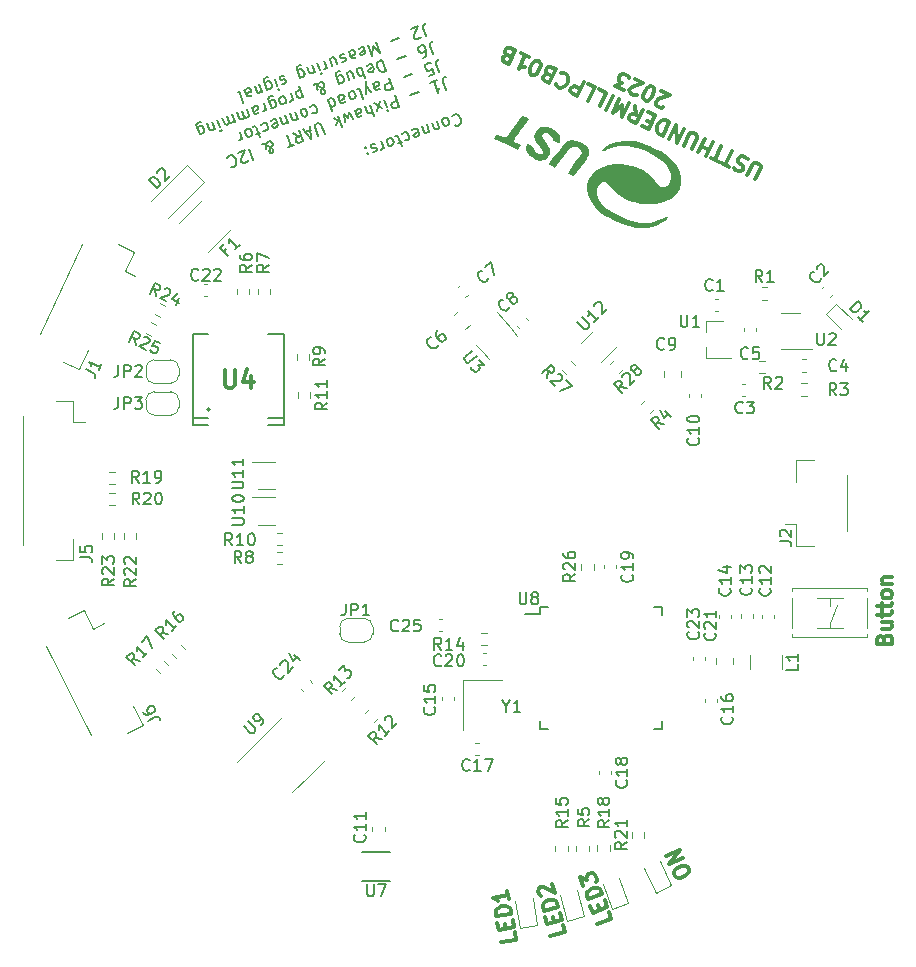
<source format=gbr>
%TF.GenerationSoftware,KiCad,Pcbnew,6.0.11+dfsg-1~bpo11+1*%
%TF.CreationDate,2023-06-19T16:06:01+00:00*%
%TF.ProjectId,USTTHUNDERMILLPCB01,55535454-4855-44e4-9445-524d494c4c50,rev?*%
%TF.SameCoordinates,Original*%
%TF.FileFunction,Legend,Top*%
%TF.FilePolarity,Positive*%
%FSLAX46Y46*%
G04 Gerber Fmt 4.6, Leading zero omitted, Abs format (unit mm)*
G04 Created by KiCad (PCBNEW 6.0.11+dfsg-1~bpo11+1) date 2023-06-19 16:06:01*
%MOMM*%
%LPD*%
G01*
G04 APERTURE LIST*
%ADD10C,0.300000*%
%ADD11C,0.150000*%
%ADD12C,0.304800*%
%ADD13C,0.120000*%
G04 APERTURE END LIST*
D10*
X11100186Y-36265888D02*
X11311913Y-36847603D01*
X10090312Y-37292229D01*
X10312091Y-36091587D02*
X10163883Y-35684387D01*
X10740251Y-35276973D02*
X10951977Y-35858688D01*
X9730377Y-36303314D01*
X9518650Y-35721600D01*
X10549697Y-34753430D02*
X9328096Y-35198057D01*
X9222233Y-34907199D01*
X9216886Y-34711512D01*
X9290884Y-34552824D01*
X9386054Y-34452307D01*
X9597567Y-34309445D01*
X9772081Y-34245927D01*
X10025940Y-34219408D01*
X10163455Y-34235234D01*
X10322144Y-34309232D01*
X10443833Y-34462573D01*
X10549697Y-34753430D01*
X8925815Y-34092799D02*
X8650571Y-33336570D01*
X9264151Y-33574389D01*
X9200633Y-33399875D01*
X9216459Y-33262359D01*
X9253458Y-33183015D01*
X9348628Y-33082498D01*
X9639485Y-32976635D01*
X9777001Y-32992461D01*
X9856345Y-33029460D01*
X9956862Y-33124630D01*
X10083898Y-33473659D01*
X10068072Y-33611174D01*
X10031073Y-33690518D01*
X16706902Y-33244225D02*
X16602253Y-33019806D01*
X16606034Y-32881435D01*
X16665919Y-32716901D01*
X16864176Y-32556148D01*
X17256910Y-32373013D01*
X17507491Y-32324470D01*
X17672025Y-32384355D01*
X17780454Y-32470403D01*
X17885102Y-32694822D01*
X17881321Y-32833193D01*
X17821436Y-32997727D01*
X17623179Y-33158480D01*
X17230446Y-33341615D01*
X16979864Y-33390158D01*
X16815331Y-33330273D01*
X16706902Y-33244225D01*
X17414184Y-31684936D02*
X16235984Y-32234340D01*
X17100239Y-31011679D01*
X15922039Y-31561082D01*
D11*
X-2197843Y31093122D02*
X-2169383Y31154156D01*
X-2051427Y31247763D01*
X-1961933Y31280336D01*
X-1811404Y31284449D01*
X-1689337Y31227528D01*
X-1612016Y31154320D01*
X-1502122Y30991617D01*
X-1453262Y30857376D01*
X-1432862Y30662100D01*
X-1445036Y30556319D01*
X-1501958Y30434251D01*
X-1619913Y30340644D01*
X-1709407Y30308070D01*
X-1859936Y30303957D01*
X-1920970Y30332418D01*
X-2767384Y30987176D02*
X-2661602Y30975002D01*
X-2600569Y30946542D01*
X-2523248Y30873334D01*
X-2425528Y30604850D01*
X-2437702Y30499069D01*
X-2466162Y30438035D01*
X-2539370Y30360714D01*
X-2673612Y30311854D01*
X-2779393Y30324028D01*
X-2840427Y30352489D01*
X-2917748Y30425697D01*
X-3015468Y30694180D01*
X-3003294Y30799961D01*
X-2974833Y30860995D01*
X-2901625Y30938316D01*
X-2767384Y30987176D01*
X-3255327Y30100128D02*
X-3483340Y30726589D01*
X-3287900Y30189622D02*
X-3316360Y30128588D01*
X-3389568Y30051268D01*
X-3523810Y30002407D01*
X-3629591Y30014581D01*
X-3706912Y30087789D01*
X-3886065Y30580009D01*
X-4105525Y29790681D02*
X-4333538Y30417142D01*
X-4138098Y29880175D02*
X-4166559Y29819141D01*
X-4239766Y29741821D01*
X-4374008Y29692961D01*
X-4479789Y29705135D01*
X-4557110Y29778342D01*
X-4736263Y30270562D01*
X-5525428Y29932655D02*
X-5452220Y30009976D01*
X-5273231Y30075122D01*
X-5167449Y30062948D01*
X-5090129Y29989741D01*
X-4959835Y29631762D01*
X-4972009Y29525981D01*
X-5045217Y29448661D01*
X-5224206Y29383514D01*
X-5329988Y29395688D01*
X-5407308Y29468896D01*
X-5439881Y29558390D01*
X-5024982Y29810751D01*
X-6375626Y29623208D02*
X-6302418Y29700529D01*
X-6123429Y29765676D01*
X-6017648Y29753502D01*
X-5956614Y29725041D01*
X-5879293Y29651833D01*
X-5781573Y29383350D01*
X-5793747Y29277568D01*
X-5822207Y29216534D01*
X-5895415Y29139214D01*
X-6074404Y29074067D01*
X-6180186Y29086241D01*
X-6432383Y28943774D02*
X-6790361Y28813480D01*
X-6452618Y28581683D02*
X-6745778Y29387134D01*
X-6823098Y29460341D01*
X-6928880Y29472515D01*
X-7018374Y29439942D01*
X-7465847Y29277075D02*
X-7360066Y29264901D01*
X-7299032Y29236441D01*
X-7221711Y29163233D01*
X-7123991Y28894749D01*
X-7136165Y28788968D01*
X-7164626Y28727934D01*
X-7237833Y28650614D01*
X-7372075Y28601754D01*
X-7477856Y28613927D01*
X-7538890Y28642388D01*
X-7616211Y28715596D01*
X-7713931Y28984080D01*
X-7701757Y29089861D01*
X-7673296Y29150895D01*
X-7600089Y29228215D01*
X-7465847Y29277075D01*
X-8181803Y29016489D02*
X-7953790Y28390027D01*
X-8018936Y28569016D02*
X-8031110Y28463235D01*
X-8059571Y28402201D01*
X-8132779Y28324880D01*
X-8222273Y28292307D01*
X-8702484Y28776301D02*
X-8808265Y28788475D01*
X-8987254Y28723328D01*
X-9060462Y28646008D01*
X-9072636Y28540227D01*
X-9056349Y28495479D01*
X-8979028Y28422271D01*
X-8873247Y28410098D01*
X-8739005Y28458958D01*
X-8633224Y28446784D01*
X-8555904Y28373576D01*
X-8539617Y28328829D01*
X-8551791Y28223047D01*
X-8624999Y28145727D01*
X-8759240Y28096867D01*
X-8865022Y28109041D01*
X-9491648Y28438394D02*
X-9552682Y28466854D01*
X-9524221Y28527888D01*
X-9463187Y28499428D01*
X-9491648Y28438394D01*
X-9524221Y28527888D01*
X-9312494Y27946174D02*
X-9373528Y27974634D01*
X-9345068Y28035668D01*
X-9284034Y28007208D01*
X-9312494Y27946174D01*
X-9345068Y28035668D01*
X-2721217Y33366454D02*
X-2965517Y34037663D01*
X-2969630Y34188191D01*
X-2912708Y34310259D01*
X-2794753Y34403866D01*
X-2705259Y34436440D01*
X-4002929Y33964126D02*
X-3465962Y34159566D01*
X-3734446Y34061846D02*
X-3392426Y33122153D01*
X-3351791Y33288969D01*
X-3294870Y33411036D01*
X-3221662Y33488357D01*
X-4991318Y33198981D02*
X-5707274Y32938394D01*
X-7000996Y32872919D02*
X-6658976Y31933226D01*
X-7016954Y31802933D01*
X-7122736Y31815107D01*
X-7183770Y31843567D01*
X-7261090Y31916775D01*
X-7309950Y32051017D01*
X-7297776Y32156798D01*
X-7269316Y32217832D01*
X-7196108Y32295153D01*
X-6838130Y32425446D01*
X-7940689Y32530899D02*
X-7712676Y31904437D01*
X-7598669Y31591206D02*
X-7570208Y31652240D01*
X-7631242Y31680701D01*
X-7659703Y31619667D01*
X-7598669Y31591206D01*
X-7631242Y31680701D01*
X-8298667Y32400605D02*
X-8562874Y31594990D01*
X-8070654Y31774144D02*
X-8790887Y32221452D01*
X-9148865Y32091159D02*
X-8806845Y31151466D01*
X-9551591Y31944579D02*
X-9372437Y31452359D01*
X-9295117Y31379151D01*
X-9189335Y31366977D01*
X-9055094Y31415837D01*
X-8981886Y31493157D01*
X-8953425Y31554191D01*
X-10401789Y31635132D02*
X-10222635Y31142912D01*
X-10145315Y31069704D01*
X-10039534Y31057530D01*
X-9860544Y31122677D01*
X-9787337Y31199997D01*
X-10385502Y31590384D02*
X-10312294Y31667705D01*
X-10088558Y31749138D01*
X-9982777Y31736965D01*
X-9905456Y31663757D01*
X-9872883Y31574262D01*
X-9885057Y31468481D01*
X-9958265Y31391160D01*
X-10182001Y31309727D01*
X-10255209Y31232406D01*
X-10531753Y30878377D02*
X-10938756Y31439692D01*
X-10954878Y30927072D01*
X-11296734Y31309398D01*
X-11247710Y30617790D01*
X-11833701Y31113958D02*
X-11491681Y30174266D01*
X-11792902Y30723407D02*
X-12191679Y30983665D01*
X-11963666Y30357203D02*
X-11735981Y30845475D01*
X-12968341Y29636805D02*
X-13245214Y30397509D01*
X-13322535Y30470717D01*
X-13383569Y30499177D01*
X-13489350Y30511351D01*
X-13668339Y30446205D01*
X-13741547Y30368884D01*
X-13770008Y30307850D01*
X-13782182Y30202069D01*
X-13505308Y29441365D01*
X-14152334Y29965994D02*
X-14599806Y29803127D01*
X-14160559Y30267051D02*
X-14131770Y29213352D01*
X-14787021Y30039038D01*
X-15637219Y29729591D02*
X-15161121Y29396125D01*
X-15100252Y29925031D02*
X-14758232Y28985338D01*
X-15116210Y28855045D01*
X-15221991Y28867219D01*
X-15283025Y28895680D01*
X-15360346Y28968887D01*
X-15409206Y29103129D01*
X-15397032Y29208910D01*
X-15368571Y29269944D01*
X-15295363Y29347265D01*
X-14937385Y29477558D01*
X-15563683Y28692178D02*
X-16100650Y28496738D01*
X-16174186Y29534151D02*
X-15832166Y28594458D01*
X-18232561Y28784964D02*
X-18187813Y28801251D01*
X-18082032Y28789077D01*
X-17898930Y28703695D01*
X-17577474Y28516645D01*
X-17439119Y28414976D01*
X-17345512Y28297021D01*
X-17312939Y28207526D01*
X-17325113Y28101745D01*
X-17398321Y28024425D01*
X-17443068Y28008138D01*
X-17548849Y28020312D01*
X-17626170Y28093520D01*
X-17642456Y28138267D01*
X-17630282Y28244048D01*
X-17601822Y28305082D01*
X-17398485Y28581791D01*
X-17370024Y28642825D01*
X-17357850Y28748606D01*
X-17406710Y28882848D01*
X-17484031Y28956056D01*
X-17545065Y28984517D01*
X-17650846Y28996691D01*
X-17785088Y28947831D01*
X-17858296Y28870510D01*
X-17886756Y28809476D01*
X-17955851Y28581627D01*
X-17951739Y28431098D01*
X-17919165Y28341604D01*
X-19351242Y28377797D02*
X-19009222Y27438104D01*
X-19444521Y27381019D02*
X-19472982Y27319985D01*
X-19546189Y27242664D01*
X-19769926Y27161231D01*
X-19875707Y27173405D01*
X-19936741Y27201865D01*
X-20014061Y27275073D01*
X-20046635Y27364568D01*
X-20050748Y27515096D01*
X-19709220Y28247504D01*
X-20290935Y28035777D01*
X-21198054Y27604262D02*
X-21169594Y27665296D01*
X-21051638Y27758903D01*
X-20962144Y27791477D01*
X-20811615Y27795590D01*
X-20689548Y27738668D01*
X-20612227Y27665460D01*
X-20502333Y27502758D01*
X-20453473Y27368516D01*
X-20433074Y27173241D01*
X-20445247Y27067459D01*
X-20502169Y26945391D01*
X-20620124Y26851784D01*
X-20709618Y26819211D01*
X-20860147Y26815098D01*
X-20921181Y26843559D01*
X-3271869Y34879359D02*
X-3516169Y35550568D01*
X-3520282Y35701096D01*
X-3463360Y35823164D01*
X-3345405Y35916771D01*
X-3255911Y35949345D01*
X-4166814Y34553625D02*
X-3719341Y34716492D01*
X-3837461Y35180251D01*
X-3865921Y35119217D01*
X-3939129Y35041897D01*
X-4162866Y34960463D01*
X-4268647Y34972637D01*
X-4329681Y35001098D01*
X-4407001Y35074306D01*
X-4488435Y35298042D01*
X-4476261Y35403823D01*
X-4447800Y35464857D01*
X-4374592Y35542178D01*
X-4150856Y35623611D01*
X-4045075Y35611437D01*
X-3984041Y35582977D01*
X-5541970Y34711886D02*
X-6257926Y34451299D01*
X-7551648Y34385824D02*
X-7209628Y33446131D01*
X-7567606Y33315838D01*
X-7673388Y33328012D01*
X-7734422Y33356472D01*
X-7811742Y33429680D01*
X-7860602Y33563922D01*
X-7848428Y33669703D01*
X-7819968Y33730737D01*
X-7746760Y33808058D01*
X-7388782Y33938351D01*
X-8894066Y33897224D02*
X-8714913Y33405004D01*
X-8637592Y33331796D01*
X-8531811Y33319622D01*
X-8352822Y33384769D01*
X-8279614Y33462089D01*
X-8877780Y33852476D02*
X-8804572Y33929797D01*
X-8580836Y34011230D01*
X-8475054Y33999056D01*
X-8397734Y33925849D01*
X-8365160Y33836354D01*
X-8377334Y33730573D01*
X-8450542Y33653252D01*
X-8674279Y33571819D01*
X-8747486Y33494498D01*
X-9024031Y33140469D02*
X-9475781Y33685497D01*
X-9471504Y32977602D02*
X-9475781Y33685497D01*
X-9467720Y33941807D01*
X-9439259Y34002841D01*
X-9366051Y34080161D01*
X-10191737Y33424910D02*
X-10085956Y33412736D01*
X-10008635Y33339528D01*
X-9715475Y32534078D01*
X-10683957Y33245757D02*
X-10578176Y33233583D01*
X-10517142Y33205122D01*
X-10439821Y33131914D01*
X-10342101Y32863431D01*
X-10354275Y32757650D01*
X-10382736Y32696616D01*
X-10455944Y32619295D01*
X-10590186Y32570435D01*
X-10695967Y32582609D01*
X-10757001Y32611070D01*
X-10834321Y32684277D01*
X-10932041Y32952761D01*
X-10919867Y33058542D01*
X-10891407Y33119576D01*
X-10818199Y33196897D01*
X-10683957Y33245757D01*
X-11802639Y32838590D02*
X-11623485Y32346370D01*
X-11546165Y32273162D01*
X-11440384Y32260988D01*
X-11261395Y32326135D01*
X-11188187Y32403456D01*
X-11786352Y32793843D02*
X-11713144Y32871163D01*
X-11489408Y32952597D01*
X-11383627Y32940423D01*
X-11306306Y32867215D01*
X-11273733Y32777720D01*
X-11285907Y32671939D01*
X-11359115Y32594618D01*
X-11582851Y32513185D01*
X-11656059Y32435865D01*
X-12652837Y32529143D02*
X-12310817Y31589451D01*
X-12636550Y32484396D02*
X-12563342Y32561716D01*
X-12384353Y32626863D01*
X-12278572Y32614689D01*
X-12217538Y32586229D01*
X-12140218Y32513021D01*
X-12042498Y32244537D01*
X-12054671Y32138756D01*
X-12083132Y32077722D01*
X-12156340Y32000401D01*
X-12335329Y31935255D01*
X-12441110Y31947429D01*
X-14202705Y31914362D02*
X-14129497Y31991683D01*
X-13950508Y32056830D01*
X-13844726Y32044656D01*
X-13783693Y32016195D01*
X-13706372Y31942987D01*
X-13608652Y31674504D01*
X-13620826Y31568722D01*
X-13649286Y31507688D01*
X-13722494Y31430368D01*
X-13901483Y31365221D01*
X-14007265Y31377395D01*
X-14755959Y31763669D02*
X-14650177Y31751496D01*
X-14589143Y31723035D01*
X-14511823Y31649827D01*
X-14414103Y31381343D01*
X-14426277Y31275562D01*
X-14454737Y31214528D01*
X-14527945Y31137208D01*
X-14662187Y31088348D01*
X-14767968Y31100522D01*
X-14829002Y31128982D01*
X-14906323Y31202190D01*
X-15004043Y31470674D01*
X-14991869Y31576455D01*
X-14963408Y31637489D01*
X-14890200Y31714809D01*
X-14755959Y31763669D01*
X-15243901Y30876621D02*
X-15471915Y31503083D01*
X-15276475Y30966115D02*
X-15304935Y30905082D01*
X-15378143Y30827761D01*
X-15512385Y30778901D01*
X-15618166Y30791075D01*
X-15695487Y30864283D01*
X-15874640Y31356503D01*
X-16094099Y30567174D02*
X-16322113Y31193636D01*
X-16126673Y30656669D02*
X-16155133Y30595635D01*
X-16228341Y30518314D01*
X-16362583Y30469454D01*
X-16468364Y30481628D01*
X-16545685Y30554836D01*
X-16724838Y31047056D01*
X-17514002Y30709148D02*
X-17440795Y30786469D01*
X-17261806Y30851616D01*
X-17156024Y30839442D01*
X-17078704Y30766234D01*
X-16948410Y30408256D01*
X-16960584Y30302475D01*
X-17033792Y30225154D01*
X-17212781Y30160007D01*
X-17318562Y30172181D01*
X-17395883Y30245389D01*
X-17428456Y30334884D01*
X-17013557Y30587245D01*
X-18364201Y30399702D02*
X-18290993Y30477022D01*
X-18112004Y30542169D01*
X-18006222Y30529995D01*
X-17945188Y30501534D01*
X-17867868Y30428327D01*
X-17770148Y30159843D01*
X-17782322Y30054062D01*
X-17810782Y29993028D01*
X-17883990Y29915707D01*
X-18062979Y29850561D01*
X-18168760Y29862734D01*
X-18420957Y29720267D02*
X-18778936Y29589974D01*
X-18441192Y29358176D02*
X-18734353Y30163627D01*
X-18811673Y30236835D01*
X-18917454Y30249009D01*
X-19006949Y30216435D01*
X-19454422Y30053569D02*
X-19348640Y30041395D01*
X-19287606Y30012934D01*
X-19210286Y29939726D01*
X-19112566Y29671243D01*
X-19124740Y29565462D01*
X-19153200Y29504428D01*
X-19226408Y29427107D01*
X-19360650Y29378247D01*
X-19466431Y29390421D01*
X-19527465Y29418882D01*
X-19604786Y29492089D01*
X-19702506Y29760573D01*
X-19690332Y29866354D01*
X-19661871Y29927388D01*
X-19588663Y30004709D01*
X-19454422Y30053569D01*
X-20170378Y29792982D02*
X-19942364Y29166520D01*
X-20007511Y29345509D02*
X-20019685Y29239728D01*
X-20048146Y29178694D01*
X-20121354Y29101374D01*
X-20210848Y29068800D01*
X-3822521Y36392264D02*
X-4066821Y37063473D01*
X-4070934Y37214001D01*
X-4014012Y37336069D01*
X-3896057Y37429676D01*
X-3806563Y37462250D01*
X-4672719Y36082817D02*
X-4493730Y36147963D01*
X-4420522Y36225284D01*
X-4392061Y36286318D01*
X-4351427Y36453133D01*
X-4371826Y36648409D01*
X-4502120Y37006387D01*
X-4579440Y37079595D01*
X-4640474Y37108055D01*
X-4746255Y37120229D01*
X-4925244Y37055083D01*
X-4998452Y36977762D01*
X-5026913Y36916728D01*
X-5039087Y36810947D01*
X-4957653Y36587211D01*
X-4880333Y36514003D01*
X-4819299Y36485542D01*
X-4713518Y36473368D01*
X-4534529Y36538515D01*
X-4461321Y36615836D01*
X-4432860Y36676869D01*
X-4420686Y36782651D01*
X-6092622Y36224791D02*
X-6808578Y35964204D01*
X-8102300Y35898729D02*
X-7760280Y34959036D01*
X-7984017Y34877603D01*
X-8134545Y34873490D01*
X-8256613Y34930411D01*
X-8333934Y35003619D01*
X-8443828Y35166322D01*
X-8492688Y35300563D01*
X-8513087Y35495839D01*
X-8500913Y35601620D01*
X-8443992Y35723688D01*
X-8326037Y35817296D01*
X-8102300Y35898729D01*
X-9383685Y35381668D02*
X-9310477Y35458989D01*
X-9131488Y35524135D01*
X-9025706Y35511961D01*
X-8948386Y35438754D01*
X-8818092Y35080775D01*
X-8830266Y34974994D01*
X-8903474Y34897674D01*
X-9082463Y34832527D01*
X-9188244Y34844701D01*
X-9265565Y34917909D01*
X-9298138Y35007403D01*
X-8883239Y35259765D01*
X-9847444Y35263549D02*
X-9505424Y34323856D01*
X-9635717Y34681834D02*
X-9708925Y34604514D01*
X-9887914Y34539367D01*
X-9993695Y34551541D01*
X-10054729Y34580001D01*
X-10132050Y34653209D01*
X-10229770Y34921693D01*
X-10217596Y35027474D01*
X-10189135Y35088508D01*
X-10115927Y35165829D01*
X-9936938Y35230975D01*
X-9831157Y35218801D01*
X-10872354Y34181060D02*
X-11100367Y34807522D01*
X-10469629Y34327640D02*
X-10648782Y34819860D01*
X-10726103Y34893068D01*
X-10831884Y34905242D01*
X-10966126Y34856382D01*
X-11039333Y34779061D01*
X-11067794Y34718027D01*
X-11722552Y33871613D02*
X-11999425Y34632317D01*
X-11987252Y34738098D01*
X-11958791Y34799132D01*
X-11885583Y34876453D01*
X-11751341Y34925313D01*
X-11645560Y34913139D01*
X-11934279Y34453328D02*
X-11861071Y34530648D01*
X-11682082Y34595795D01*
X-11576301Y34583621D01*
X-11515267Y34555161D01*
X-11437946Y34481953D01*
X-11340226Y34213469D01*
X-11352400Y34107688D01*
X-11380861Y34046654D01*
X-11454068Y33969333D01*
X-11633057Y33904187D01*
X-11738839Y33916361D01*
X-13874698Y33797748D02*
X-13829951Y33814035D01*
X-13724169Y33801861D01*
X-13541068Y33716479D01*
X-13219611Y33529429D01*
X-13081257Y33427760D01*
X-12987649Y33309805D01*
X-12955076Y33220311D01*
X-12967250Y33114529D01*
X-13040458Y33037209D01*
X-13085205Y33020922D01*
X-13190986Y33033096D01*
X-13268307Y33106304D01*
X-13284594Y33151051D01*
X-13272420Y33256832D01*
X-13243959Y33317866D01*
X-13040622Y33594575D01*
X-13012162Y33655609D01*
X-12999988Y33761391D01*
X-13048848Y33895632D01*
X-13126168Y33968840D01*
X-13187202Y33997301D01*
X-13292983Y34009475D01*
X-13427225Y33960615D01*
X-13500433Y33883294D01*
X-13528894Y33822260D01*
X-13597989Y33594411D01*
X-13593876Y33443883D01*
X-13561303Y33354388D01*
X-14765366Y32764119D02*
X-15107386Y33703812D01*
X-14781653Y32808867D02*
X-14854861Y32731546D01*
X-15033850Y32666399D01*
X-15139631Y32678573D01*
X-15200665Y32707034D01*
X-15277986Y32780242D01*
X-15375706Y33048725D01*
X-15363532Y33154507D01*
X-15335071Y33215541D01*
X-15261863Y33292861D01*
X-15082874Y33358008D01*
X-14977093Y33345834D01*
X-15843578Y33081134D02*
X-15615564Y32454673D01*
X-15680711Y32633662D02*
X-15692885Y32527881D01*
X-15721346Y32466847D01*
X-15794553Y32389526D01*
X-15884048Y32356953D01*
X-16559534Y32820548D02*
X-16453753Y32808374D01*
X-16392719Y32779913D01*
X-16315398Y32706705D01*
X-16217678Y32438222D01*
X-16229852Y32332440D01*
X-16258313Y32271406D01*
X-16331521Y32194086D01*
X-16465762Y32145226D01*
X-16571544Y32157400D01*
X-16632578Y32185860D01*
X-16709898Y32259068D01*
X-16807618Y32527552D01*
X-16795444Y32633333D01*
X-16766984Y32694367D01*
X-16693776Y32771688D01*
X-16559534Y32820548D01*
X-17450202Y31786919D02*
X-17727076Y32547623D01*
X-17714902Y32653404D01*
X-17686441Y32714438D01*
X-17613233Y32791758D01*
X-17478992Y32840618D01*
X-17373210Y32828444D01*
X-17661929Y32368634D02*
X-17588721Y32445954D01*
X-17409732Y32511101D01*
X-17303951Y32498927D01*
X-17242917Y32470466D01*
X-17165596Y32397258D01*
X-17067876Y32128775D01*
X-17080050Y32022994D01*
X-17108511Y31961960D01*
X-17181719Y31884639D01*
X-17360708Y31819492D01*
X-17466489Y31831666D01*
X-18125688Y32250514D02*
X-17897675Y31624052D01*
X-17962822Y31803041D02*
X-17974996Y31697260D01*
X-18003456Y31636226D01*
X-18076664Y31558906D01*
X-18166159Y31526332D01*
X-19110128Y31892207D02*
X-18930975Y31399987D01*
X-18853654Y31326779D01*
X-18747873Y31314605D01*
X-18568884Y31379752D01*
X-18495676Y31457073D01*
X-19093842Y31847460D02*
X-19020634Y31924781D01*
X-18796897Y32006214D01*
X-18691116Y31994040D01*
X-18613796Y31920832D01*
X-18581222Y31831338D01*
X-18593396Y31725556D01*
X-18666604Y31648236D01*
X-18890340Y31566802D01*
X-18963548Y31489482D01*
X-19557601Y31729340D02*
X-19329588Y31102879D01*
X-19362161Y31192373D02*
X-19390621Y31131339D01*
X-19463829Y31054019D01*
X-19598071Y31005159D01*
X-19703852Y31017333D01*
X-19781173Y31090540D01*
X-19960326Y31582760D01*
X-19781173Y31090540D02*
X-19793347Y30984759D01*
X-19866555Y30907439D01*
X-20000797Y30858579D01*
X-20106578Y30870753D01*
X-20183898Y30943960D01*
X-20363052Y31436180D01*
X-20810524Y31273314D02*
X-20582511Y30646852D01*
X-20615084Y30736346D02*
X-20643545Y30675312D01*
X-20716753Y30597992D01*
X-20850995Y30549132D01*
X-20956776Y30561306D01*
X-21034096Y30634514D01*
X-21213250Y31126734D01*
X-21034096Y30634514D02*
X-21046270Y30528732D01*
X-21119478Y30451412D01*
X-21253720Y30402552D01*
X-21359501Y30414726D01*
X-21436822Y30487934D01*
X-21615975Y30980154D01*
X-22063448Y30817287D02*
X-21835435Y30190825D01*
X-21721428Y29877594D02*
X-21692967Y29938628D01*
X-21754001Y29967089D01*
X-21782462Y29906055D01*
X-21721428Y29877594D01*
X-21754001Y29967089D01*
X-22282907Y30027958D02*
X-22510921Y30654420D01*
X-22315481Y30117453D02*
X-22343941Y30056419D01*
X-22417149Y29979098D01*
X-22551391Y29930238D01*
X-22657172Y29942412D01*
X-22734493Y30015620D01*
X-22913646Y30507840D01*
X-23535831Y29571931D02*
X-23812704Y30332635D01*
X-23800530Y30438416D01*
X-23772070Y30499450D01*
X-23698862Y30576771D01*
X-23564620Y30625631D01*
X-23458839Y30613457D01*
X-23747557Y30153646D02*
X-23674350Y30230967D01*
X-23495361Y30296113D01*
X-23389579Y30283939D01*
X-23328545Y30255479D01*
X-23251225Y30182271D01*
X-23153505Y29913787D01*
X-23165679Y29808006D01*
X-23194139Y29746972D01*
X-23267347Y29669651D01*
X-23446336Y29604505D01*
X-23552117Y29616679D01*
X-4373173Y37905169D02*
X-4617473Y38576378D01*
X-4621586Y38726906D01*
X-4564664Y38848974D01*
X-4446709Y38942581D01*
X-4357215Y38975155D01*
X-4808471Y37848083D02*
X-4836932Y37787049D01*
X-4910140Y37709728D01*
X-5133876Y37628295D01*
X-5239657Y37640469D01*
X-5300691Y37668930D01*
X-5378012Y37742137D01*
X-5410585Y37831632D01*
X-5414698Y37982160D01*
X-5073171Y38714568D01*
X-5654885Y38502841D01*
X-6643274Y37737696D02*
X-7359230Y37477109D01*
X-8652952Y37411634D02*
X-8310932Y36471941D01*
X-8868463Y37029144D01*
X-8937394Y36243928D01*
X-9279414Y37183620D01*
X-10068578Y36845713D02*
X-9995370Y36923034D01*
X-9816381Y36988180D01*
X-9710600Y36976006D01*
X-9633280Y36902799D01*
X-9502986Y36544820D01*
X-9515160Y36439039D01*
X-9588368Y36361719D01*
X-9767357Y36296572D01*
X-9873138Y36308746D01*
X-9950459Y36381954D01*
X-9983032Y36471448D01*
X-9568133Y36723810D01*
X-10935063Y36581014D02*
X-10755910Y36088794D01*
X-10678589Y36015586D01*
X-10572808Y36003412D01*
X-10393819Y36068559D01*
X-10320611Y36145879D01*
X-10918776Y36536266D02*
X-10845569Y36613587D01*
X-10621832Y36695020D01*
X-10516051Y36682846D01*
X-10438730Y36609638D01*
X-10406157Y36520144D01*
X-10418331Y36414363D01*
X-10491539Y36337042D01*
X-10715275Y36255609D01*
X-10788483Y36178288D01*
X-11321502Y36389686D02*
X-11427283Y36401860D01*
X-11606272Y36336713D01*
X-11679480Y36259393D01*
X-11691654Y36153612D01*
X-11675367Y36108864D01*
X-11598047Y36035656D01*
X-11492265Y36023483D01*
X-11358024Y36072343D01*
X-11252242Y36060169D01*
X-11174922Y35986961D01*
X-11158635Y35942214D01*
X-11170809Y35836432D01*
X-11244017Y35759112D01*
X-11378259Y35710252D01*
X-11484040Y35722426D01*
X-12317951Y35368232D02*
X-12545965Y35994693D01*
X-11915226Y35514812D02*
X-12094379Y36007032D01*
X-12171700Y36080239D01*
X-12277481Y36092413D01*
X-12411723Y36043553D01*
X-12484931Y35966233D01*
X-12513391Y35905199D01*
X-12993437Y35831827D02*
X-12765424Y35205365D01*
X-12830571Y35384354D02*
X-12842745Y35278573D01*
X-12871205Y35217539D01*
X-12944413Y35140218D01*
X-13033908Y35107645D01*
X-13575152Y35620100D02*
X-13347138Y34993638D01*
X-13233132Y34680407D02*
X-13204671Y34741441D01*
X-13265705Y34769902D01*
X-13294166Y34708868D01*
X-13233132Y34680407D01*
X-13265705Y34769902D01*
X-13794611Y34830771D02*
X-14022625Y35457233D01*
X-13827184Y34920266D02*
X-13855645Y34859232D01*
X-13928853Y34781911D01*
X-14063095Y34733051D01*
X-14168876Y34745225D01*
X-14246197Y34818433D01*
X-14425350Y35310653D01*
X-15047535Y34374744D02*
X-15324408Y35135448D01*
X-15312234Y35241229D01*
X-15283774Y35302263D01*
X-15210566Y35379584D01*
X-15076324Y35428444D01*
X-14970543Y35416270D01*
X-15259261Y34956459D02*
X-15186054Y35033780D01*
X-15007064Y35098926D01*
X-14901283Y35086752D01*
X-14840249Y35058292D01*
X-14762929Y34985084D01*
X-14665209Y34716600D01*
X-14677383Y34610819D01*
X-14705843Y34549785D01*
X-14779051Y34472465D01*
X-14958040Y34407318D01*
X-15063821Y34419492D01*
X-16377943Y34549292D02*
X-16483724Y34561466D01*
X-16662713Y34496319D01*
X-16735921Y34418999D01*
X-16748095Y34313218D01*
X-16731808Y34268470D01*
X-16654488Y34195262D01*
X-16548707Y34183088D01*
X-16414465Y34231948D01*
X-16308684Y34219775D01*
X-16231363Y34146567D01*
X-16215076Y34101819D01*
X-16227250Y33996038D01*
X-16300458Y33918718D01*
X-16434700Y33869858D01*
X-16540481Y33882032D01*
X-17199681Y34300879D02*
X-16971667Y33674418D01*
X-16857660Y33361187D02*
X-16829200Y33422221D01*
X-16890234Y33450681D01*
X-16918694Y33389647D01*
X-16857660Y33361187D01*
X-16890234Y33450681D01*
X-17821865Y33364971D02*
X-18098739Y34125674D01*
X-18086565Y34231455D01*
X-18058104Y34292489D01*
X-17984896Y34369810D01*
X-17850654Y34418670D01*
X-17744873Y34406496D01*
X-18033592Y33946685D02*
X-17960384Y34024006D01*
X-17781395Y34089153D01*
X-17675614Y34076979D01*
X-17614580Y34048518D01*
X-17537259Y33975310D01*
X-17439539Y33706827D01*
X-17451713Y33601045D01*
X-17480174Y33540011D01*
X-17553382Y33462691D01*
X-17732371Y33397544D01*
X-17838152Y33409718D01*
X-18269338Y33202104D02*
X-18497351Y33828566D01*
X-18301911Y33291599D02*
X-18330372Y33230565D01*
X-18403580Y33153244D01*
X-18537821Y33104384D01*
X-18643603Y33116558D01*
X-18720923Y33189766D01*
X-18900077Y33681986D01*
X-19750275Y33372539D02*
X-19571121Y32880319D01*
X-19493801Y32807111D01*
X-19388020Y32794937D01*
X-19209031Y32860084D01*
X-19135823Y32937404D01*
X-19733988Y33327792D02*
X-19660780Y33405112D01*
X-19437044Y33486546D01*
X-19331263Y33474372D01*
X-19253942Y33401164D01*
X-19221369Y33311669D01*
X-19233543Y33205888D01*
X-19306751Y33128567D01*
X-19530487Y33047134D01*
X-19603695Y32969813D01*
X-20331989Y33160812D02*
X-20226208Y33148638D01*
X-20148887Y33075430D01*
X-19855727Y32269980D01*
D10*
X3131777Y-37980539D02*
X3239273Y-38590182D01*
X1959023Y-38815924D01*
X2385922Y-37672035D02*
X2310675Y-37245285D01*
X2949033Y-36944146D02*
X3056529Y-37553789D01*
X1776279Y-37779531D01*
X1668783Y-37169888D01*
X2852286Y-36395467D02*
X1572036Y-36621210D01*
X1518288Y-36316388D01*
X1547003Y-36122746D01*
X1647432Y-35979318D01*
X1758611Y-35896854D01*
X1991719Y-35792891D01*
X2174612Y-35760642D01*
X2429219Y-35778608D01*
X2561897Y-35818073D01*
X2705325Y-35918502D01*
X2798538Y-36090646D01*
X2852286Y-36395467D01*
X2508297Y-34444610D02*
X2637293Y-35176181D01*
X2572795Y-34810396D02*
X1292545Y-35036138D01*
X1496937Y-35125818D01*
X1640365Y-35226247D01*
X1722829Y-35337426D01*
X7244576Y-37352981D02*
X7404797Y-37950935D01*
X6149094Y-38287400D01*
X6474672Y-37110657D02*
X6362517Y-36692089D01*
X6972200Y-36336459D02*
X7132421Y-36934413D01*
X5876717Y-37270878D01*
X5716496Y-36672924D01*
X6828001Y-35798301D02*
X5572297Y-36134765D01*
X5492186Y-35835788D01*
X5503915Y-35640380D01*
X5591462Y-35488745D01*
X5695031Y-35396905D01*
X5918190Y-35273021D01*
X6097576Y-35224955D01*
X6352780Y-35220662D01*
X6488393Y-35248413D01*
X6640028Y-35335960D01*
X6747890Y-35499324D01*
X6828001Y-35798301D01*
X5371445Y-34906813D02*
X5295628Y-34863040D01*
X5203788Y-34759471D01*
X5123677Y-34460494D01*
X5151428Y-34324881D01*
X5195202Y-34249064D01*
X5298770Y-34157224D01*
X5418361Y-34125180D01*
X5613770Y-34136909D01*
X6523580Y-34662188D01*
X6315292Y-33884848D01*
X23500929Y25796306D02*
X23945684Y26750087D01*
X23941903Y26888458D01*
X23911961Y26970725D01*
X23825913Y27079154D01*
X23601494Y27183803D01*
X23463123Y27180022D01*
X23380856Y27150079D01*
X23272427Y27064032D01*
X22827671Y26110251D01*
X22845970Y27467805D02*
X22703818Y27602396D01*
X22423294Y27733206D01*
X22284922Y27729426D01*
X22202656Y27699483D01*
X22094227Y27613436D01*
X22041902Y27501226D01*
X22045683Y27362854D01*
X22075626Y27280588D01*
X22161673Y27172159D01*
X22359930Y27011406D01*
X22445978Y26902977D01*
X22475920Y26820710D01*
X22479701Y26682338D01*
X22427377Y26570129D01*
X22318948Y26484081D01*
X22236681Y26454138D01*
X22098309Y26450358D01*
X21817786Y26581168D01*
X21675633Y26715759D01*
X21312843Y26816627D02*
X20639585Y27130572D01*
X21525618Y28151800D02*
X20976214Y26973600D01*
X20415166Y27235220D02*
X19741909Y27549165D01*
X20627941Y28570393D02*
X20078538Y27392193D01*
X19898580Y28910500D02*
X19349176Y27732300D01*
X19610797Y28293348D02*
X18937539Y28607293D01*
X19225322Y29224445D02*
X18675919Y28046245D01*
X18114871Y28307866D02*
X18559626Y29261647D01*
X18555846Y29400018D01*
X18525903Y29482285D01*
X18439856Y29590714D01*
X18215436Y29695363D01*
X18077065Y29691582D01*
X17994798Y29661639D01*
X17886369Y29575592D01*
X17441614Y28621811D01*
X17429970Y30061632D02*
X16880566Y28883432D01*
X16756713Y30375577D01*
X16207309Y29197377D01*
X16195665Y30637198D02*
X15646261Y29458997D01*
X15365737Y29589808D01*
X15223585Y29724399D01*
X15163700Y29888933D01*
X15159919Y30027304D01*
X15208463Y30277885D01*
X15286949Y30446200D01*
X15447702Y30644457D01*
X15556131Y30730504D01*
X15720665Y30790389D01*
X15915141Y30768008D01*
X16195665Y30637198D01*
X14729682Y30569449D02*
X14336948Y30752583D01*
X14456417Y31448222D02*
X15017465Y31186601D01*
X14468061Y30008401D01*
X13907013Y30270022D01*
X13278217Y31997626D02*
X13409329Y31253444D01*
X13951474Y31683681D02*
X13402070Y30505481D01*
X12953232Y30714777D01*
X12867185Y30823206D01*
X12837242Y30905473D01*
X12833461Y31043845D01*
X12911948Y31212159D01*
X13020377Y31298207D01*
X13102644Y31328149D01*
X13241015Y31331930D01*
X13689853Y31122633D01*
X12773274Y32233085D02*
X12223870Y31054884D01*
X12223568Y32079591D01*
X11438404Y31421154D01*
X11987807Y32599354D01*
X11426760Y32860975D02*
X10877356Y31682774D01*
X10304664Y33384216D02*
X10865712Y33122595D01*
X10316308Y31944395D01*
X9350883Y33828972D02*
X9911931Y33567351D01*
X9362527Y32389151D01*
X8958150Y34012106D02*
X8408746Y32833906D01*
X7959908Y33043203D01*
X7873860Y33151632D01*
X7843918Y33233899D01*
X7840137Y33372270D01*
X7918623Y33540584D01*
X8027052Y33626632D01*
X8109319Y33656575D01*
X8247691Y33660355D01*
X8696529Y33451059D01*
X7054368Y34763245D02*
X7136635Y34793188D01*
X7331112Y34770807D01*
X7443321Y34718482D01*
X7585473Y34583891D01*
X7645359Y34419358D01*
X7649139Y34280986D01*
X7600596Y34030405D01*
X7522109Y33862091D01*
X7361356Y33663834D01*
X7252927Y33577786D01*
X7088394Y33517901D01*
X6893917Y33540282D01*
X6781708Y33592606D01*
X6639556Y33727198D01*
X6609613Y33809464D01*
X5921233Y34676896D02*
X5779081Y34811487D01*
X5749138Y34893754D01*
X5745358Y35032125D01*
X5823844Y35200440D01*
X5932273Y35286487D01*
X6014540Y35316430D01*
X6152911Y35320210D01*
X6601750Y35110914D01*
X6052346Y33932714D01*
X5659612Y34115848D01*
X5573565Y34224277D01*
X5543622Y34306544D01*
X5539842Y34444916D01*
X5592166Y34557125D01*
X5700595Y34643173D01*
X5782862Y34673115D01*
X5921233Y34676896D01*
X6313967Y34493761D01*
X4649727Y34586766D02*
X4537517Y34639090D01*
X4451470Y34747519D01*
X4421527Y34829786D01*
X4417746Y34968157D01*
X4466290Y35218738D01*
X4597100Y35499262D01*
X4757853Y35697519D01*
X4866282Y35783567D01*
X4948549Y35813509D01*
X5086921Y35817290D01*
X5199130Y35764966D01*
X5285178Y35656537D01*
X5315120Y35574270D01*
X5318901Y35435898D01*
X5270358Y35185317D01*
X5139547Y34904793D01*
X4978794Y34706536D01*
X4870365Y34620489D01*
X4788098Y34590546D01*
X4649727Y34586766D01*
X3684302Y36471342D02*
X4357559Y36157397D01*
X4020930Y36314370D02*
X3471526Y35136169D01*
X3662222Y35252160D01*
X3826756Y35312045D01*
X3965128Y35315825D01*
X2498842Y36272783D02*
X2356690Y36407374D01*
X2326748Y36489641D01*
X2322967Y36628012D01*
X2401453Y36796327D01*
X2509882Y36882374D01*
X2592149Y36912317D01*
X2730521Y36916097D01*
X3179359Y36706801D01*
X2629955Y35528601D01*
X2237222Y35711735D01*
X2151174Y35820164D01*
X2121231Y35902431D01*
X2117451Y36040803D01*
X2169775Y36153012D01*
X2278204Y36239060D01*
X2360471Y36269002D01*
X2498842Y36272783D01*
X2891576Y36089648D01*
X15713501Y31873621D02*
X15631235Y31843679D01*
X15492863Y31839898D01*
X15212339Y31970708D01*
X15126292Y32079137D01*
X15096349Y32161404D01*
X15092568Y32299776D01*
X15144892Y32411985D01*
X15279483Y32554138D01*
X16266686Y32913450D01*
X15537324Y33253557D01*
X14258558Y32415464D02*
X14146348Y32467788D01*
X14060301Y32576217D01*
X14030358Y32658484D01*
X14026578Y32796855D01*
X14075121Y33047436D01*
X14205932Y33327960D01*
X14366685Y33526217D01*
X14475114Y33612265D01*
X14557381Y33642207D01*
X14695752Y33645988D01*
X14807962Y33593664D01*
X14894009Y33485235D01*
X14923952Y33402968D01*
X14927732Y33264596D01*
X14879189Y33014015D01*
X14748378Y32733491D01*
X14587625Y32535234D01*
X14479196Y32449187D01*
X14396930Y32419244D01*
X14258558Y32415464D01*
X13469311Y32920105D02*
X13387044Y32890162D01*
X13248672Y32886381D01*
X12968148Y33017192D01*
X12882101Y33125621D01*
X12852158Y33207887D01*
X12848378Y33346259D01*
X12900702Y33458469D01*
X13035293Y33600621D01*
X14022495Y33959933D01*
X13293133Y34300040D01*
X12350996Y33304975D02*
X11621634Y33645082D01*
X12223664Y33910785D01*
X12055350Y33989271D01*
X11969302Y34097700D01*
X11939360Y34179967D01*
X11935579Y34318339D01*
X12066389Y34598863D01*
X12174818Y34684910D01*
X12257085Y34714853D01*
X12395457Y34718633D01*
X12732085Y34561661D01*
X12818133Y34453232D01*
X12848075Y34370965D01*
X34407142Y-13164285D02*
X34469047Y-12978571D01*
X34530952Y-12916666D01*
X34654761Y-12854761D01*
X34840476Y-12854761D01*
X34964285Y-12916666D01*
X35026190Y-12978571D01*
X35088095Y-13102380D01*
X35088095Y-13597619D01*
X33788095Y-13597619D01*
X33788095Y-13164285D01*
X33850000Y-13040476D01*
X33911904Y-12978571D01*
X34035714Y-12916666D01*
X34159523Y-12916666D01*
X34283333Y-12978571D01*
X34345238Y-13040476D01*
X34407142Y-13164285D01*
X34407142Y-13597619D01*
X34221428Y-11740476D02*
X35088095Y-11740476D01*
X34221428Y-12297619D02*
X34902380Y-12297619D01*
X35026190Y-12235714D01*
X35088095Y-12111904D01*
X35088095Y-11926190D01*
X35026190Y-11802380D01*
X34964285Y-11740476D01*
X34221428Y-11307142D02*
X34221428Y-10811904D01*
X33788095Y-11121428D02*
X34902380Y-11121428D01*
X35026190Y-11059523D01*
X35088095Y-10935714D01*
X35088095Y-10811904D01*
X34221428Y-10564285D02*
X34221428Y-10069047D01*
X33788095Y-10378571D02*
X34902380Y-10378571D01*
X35026190Y-10316666D01*
X35088095Y-10192857D01*
X35088095Y-10069047D01*
X35088095Y-9450000D02*
X35026190Y-9573809D01*
X34964285Y-9635714D01*
X34840476Y-9697619D01*
X34469047Y-9697619D01*
X34345238Y-9635714D01*
X34283333Y-9573809D01*
X34221428Y-9450000D01*
X34221428Y-9264285D01*
X34283333Y-9140476D01*
X34345238Y-9078571D01*
X34469047Y-9016666D01*
X34840476Y-9016666D01*
X34964285Y-9078571D01*
X35026190Y-9140476D01*
X35088095Y-9264285D01*
X35088095Y-9450000D01*
X34221428Y-8459523D02*
X35088095Y-8459523D01*
X34345238Y-8459523D02*
X34283333Y-8397619D01*
X34221428Y-8273809D01*
X34221428Y-8088095D01*
X34283333Y-7964285D01*
X34407142Y-7902380D01*
X35088095Y-7902380D01*
D12*
%TO.C,U4*%
X-21426143Y9634572D02*
X-21426143Y8400858D01*
X-21353572Y8255715D01*
X-21281000Y8183143D01*
X-21135858Y8110572D01*
X-20845572Y8110572D01*
X-20700429Y8183143D01*
X-20627858Y8255715D01*
X-20555286Y8400858D01*
X-20555286Y9634572D01*
X-19176429Y9126572D02*
X-19176429Y8110572D01*
X-19539286Y9707143D02*
X-19902143Y8618572D01*
X-18958715Y8618572D01*
D11*
%TO.C,R5*%
X9452380Y-28416666D02*
X8976190Y-28750000D01*
X9452380Y-28988095D02*
X8452380Y-28988095D01*
X8452380Y-28607142D01*
X8500000Y-28511904D01*
X8547619Y-28464285D01*
X8642857Y-28416666D01*
X8785714Y-28416666D01*
X8880952Y-28464285D01*
X8928571Y-28511904D01*
X8976190Y-28607142D01*
X8976190Y-28988095D01*
X8452380Y-27511904D02*
X8452380Y-27988095D01*
X8928571Y-28035714D01*
X8880952Y-27988095D01*
X8833333Y-27892857D01*
X8833333Y-27654761D01*
X8880952Y-27559523D01*
X8928571Y-27511904D01*
X9023809Y-27464285D01*
X9261904Y-27464285D01*
X9357142Y-27511904D01*
X9404761Y-27559523D01*
X9452380Y-27654761D01*
X9452380Y-27892857D01*
X9404761Y-27988095D01*
X9357142Y-28035714D01*
%TO.C,R26*%
X8252380Y-7642857D02*
X7776190Y-7976190D01*
X8252380Y-8214285D02*
X7252380Y-8214285D01*
X7252380Y-7833333D01*
X7300000Y-7738095D01*
X7347619Y-7690476D01*
X7442857Y-7642857D01*
X7585714Y-7642857D01*
X7680952Y-7690476D01*
X7728571Y-7738095D01*
X7776190Y-7833333D01*
X7776190Y-8214285D01*
X7347619Y-7261904D02*
X7300000Y-7214285D01*
X7252380Y-7119047D01*
X7252380Y-6880952D01*
X7300000Y-6785714D01*
X7347619Y-6738095D01*
X7442857Y-6690476D01*
X7538095Y-6690476D01*
X7680952Y-6738095D01*
X8252380Y-7309523D01*
X8252380Y-6690476D01*
X7252380Y-5833333D02*
X7252380Y-6023809D01*
X7300000Y-6119047D01*
X7347619Y-6166666D01*
X7490476Y-6261904D01*
X7680952Y-6309523D01*
X8061904Y-6309523D01*
X8157142Y-6261904D01*
X8204761Y-6214285D01*
X8252380Y-6119047D01*
X8252380Y-5928571D01*
X8204761Y-5833333D01*
X8157142Y-5785714D01*
X8061904Y-5738095D01*
X7823809Y-5738095D01*
X7728571Y-5785714D01*
X7680952Y-5833333D01*
X7633333Y-5928571D01*
X7633333Y-6119047D01*
X7680952Y-6214285D01*
X7728571Y-6261904D01*
X7823809Y-6309523D01*
%TO.C,R16*%
X-26184689Y-12724450D02*
X-26757108Y-12623435D01*
X-26588750Y-13128511D02*
X-27295856Y-12421404D01*
X-27026482Y-12152030D01*
X-26925467Y-12118358D01*
X-26858124Y-12118358D01*
X-26757108Y-12152030D01*
X-26656093Y-12253045D01*
X-26622421Y-12354061D01*
X-26622421Y-12421404D01*
X-26656093Y-12522419D01*
X-26925467Y-12791793D01*
X-25511253Y-12051015D02*
X-25915314Y-12455076D01*
X-25713284Y-12253045D02*
X-26420391Y-11545938D01*
X-26386719Y-11714297D01*
X-26386719Y-11848984D01*
X-26420391Y-11950000D01*
X-25612269Y-10737816D02*
X-25746956Y-10872503D01*
X-25780627Y-10973519D01*
X-25780627Y-11040862D01*
X-25746956Y-11209221D01*
X-25645940Y-11377580D01*
X-25376566Y-11646954D01*
X-25275551Y-11680625D01*
X-25208208Y-11680625D01*
X-25107192Y-11646954D01*
X-24972505Y-11512267D01*
X-24938834Y-11411251D01*
X-24938834Y-11343908D01*
X-24972505Y-11242893D01*
X-25140864Y-11074534D01*
X-25241879Y-11040862D01*
X-25309223Y-11040862D01*
X-25410238Y-11074534D01*
X-25544925Y-11209221D01*
X-25578597Y-11310236D01*
X-25578597Y-11377580D01*
X-25544925Y-11478595D01*
%TO.C,C14*%
X21317142Y-8852857D02*
X21364761Y-8900476D01*
X21412380Y-9043333D01*
X21412380Y-9138571D01*
X21364761Y-9281428D01*
X21269523Y-9376666D01*
X21174285Y-9424285D01*
X20983809Y-9471904D01*
X20840952Y-9471904D01*
X20650476Y-9424285D01*
X20555238Y-9376666D01*
X20460000Y-9281428D01*
X20412380Y-9138571D01*
X20412380Y-9043333D01*
X20460000Y-8900476D01*
X20507619Y-8852857D01*
X21412380Y-7900476D02*
X21412380Y-8471904D01*
X21412380Y-8186190D02*
X20412380Y-8186190D01*
X20555238Y-8281428D01*
X20650476Y-8376666D01*
X20698095Y-8471904D01*
X20745714Y-7043333D02*
X21412380Y-7043333D01*
X20364761Y-7281428D02*
X21079047Y-7519523D01*
X21079047Y-6900476D01*
%TO.C,C6*%
X-3398108Y11769282D02*
X-3403977Y11702195D01*
X-3482803Y11573890D01*
X-3555760Y11512672D01*
X-3695803Y11457323D01*
X-3829978Y11469062D01*
X-3927674Y11511410D01*
X-4086588Y11626714D01*
X-4178415Y11736149D01*
X-4264372Y11912671D01*
X-4289112Y12016237D01*
X-4277373Y12150411D01*
X-4198547Y12278716D01*
X-4125591Y12339934D01*
X-3985547Y12395283D01*
X-3918459Y12389413D01*
X-3323068Y13013331D02*
X-3468981Y12890895D01*
X-3511329Y12793199D01*
X-3517198Y12726111D01*
X-3498328Y12555459D01*
X-3412370Y12378936D01*
X-3167499Y12087110D01*
X-3069803Y12044762D01*
X-3002716Y12038893D01*
X-2899150Y12063633D01*
X-2753237Y12186068D01*
X-2710889Y12283764D01*
X-2705020Y12350852D01*
X-2729759Y12454417D01*
X-2882804Y12636809D01*
X-2980500Y12679156D01*
X-3047587Y12685026D01*
X-3151153Y12660286D01*
X-3297066Y12537851D01*
X-3339414Y12440154D01*
X-3345283Y12373067D01*
X-3320544Y12269502D01*
%TO.C,R21*%
X12602380Y-30342857D02*
X12126190Y-30676190D01*
X12602380Y-30914285D02*
X11602380Y-30914285D01*
X11602380Y-30533333D01*
X11650000Y-30438095D01*
X11697619Y-30390476D01*
X11792857Y-30342857D01*
X11935714Y-30342857D01*
X12030952Y-30390476D01*
X12078571Y-30438095D01*
X12126190Y-30533333D01*
X12126190Y-30914285D01*
X11697619Y-29961904D02*
X11650000Y-29914285D01*
X11602380Y-29819047D01*
X11602380Y-29580952D01*
X11650000Y-29485714D01*
X11697619Y-29438095D01*
X11792857Y-29390476D01*
X11888095Y-29390476D01*
X12030952Y-29438095D01*
X12602380Y-30009523D01*
X12602380Y-29390476D01*
X12602380Y-28438095D02*
X12602380Y-29009523D01*
X12602380Y-28723809D02*
X11602380Y-28723809D01*
X11745238Y-28819047D01*
X11840476Y-28914285D01*
X11888095Y-29009523D01*
%TO.C,R9*%
X-12947620Y10583334D02*
X-13423810Y10250000D01*
X-12947620Y10011905D02*
X-13947620Y10011905D01*
X-13947620Y10392858D01*
X-13900000Y10488096D01*
X-13852381Y10535715D01*
X-13757143Y10583334D01*
X-13614286Y10583334D01*
X-13519048Y10535715D01*
X-13471429Y10488096D01*
X-13423810Y10392858D01*
X-13423810Y10011905D01*
X-12947620Y11059524D02*
X-12947620Y11250000D01*
X-12995239Y11345239D01*
X-13042858Y11392858D01*
X-13185715Y11488096D01*
X-13376191Y11535715D01*
X-13757143Y11535715D01*
X-13852381Y11488096D01*
X-13900000Y11440477D01*
X-13947620Y11345239D01*
X-13947620Y11154762D01*
X-13900000Y11059524D01*
X-13852381Y11011905D01*
X-13757143Y10964286D01*
X-13519048Y10964286D01*
X-13423810Y11011905D01*
X-13376191Y11059524D01*
X-13328572Y11154762D01*
X-13328572Y11345239D01*
X-13376191Y11440477D01*
X-13423810Y11488096D01*
X-13519048Y11535715D01*
%TO.C,R3*%
X30364133Y7501820D02*
X30030800Y7978010D01*
X29792704Y7501820D02*
X29792704Y8501820D01*
X30173657Y8501820D01*
X30268895Y8454200D01*
X30316514Y8406581D01*
X30364133Y8311343D01*
X30364133Y8168486D01*
X30316514Y8073248D01*
X30268895Y8025629D01*
X30173657Y7978010D01*
X29792704Y7978010D01*
X30697466Y8501820D02*
X31316514Y8501820D01*
X30983180Y8120867D01*
X31126038Y8120867D01*
X31221276Y8073248D01*
X31268895Y8025629D01*
X31316514Y7930391D01*
X31316514Y7692296D01*
X31268895Y7597058D01*
X31221276Y7549439D01*
X31126038Y7501820D01*
X30840323Y7501820D01*
X30745085Y7549439D01*
X30697466Y7597058D01*
%TO.C,R1*%
X24103533Y17085220D02*
X23770200Y17561410D01*
X23532104Y17085220D02*
X23532104Y18085220D01*
X23913057Y18085220D01*
X24008295Y18037600D01*
X24055914Y17989981D01*
X24103533Y17894743D01*
X24103533Y17751886D01*
X24055914Y17656648D01*
X24008295Y17609029D01*
X23913057Y17561410D01*
X23532104Y17561410D01*
X25055914Y17085220D02*
X24484485Y17085220D01*
X24770200Y17085220D02*
X24770200Y18085220D01*
X24674961Y17942362D01*
X24579723Y17847124D01*
X24484485Y17799505D01*
%TO.C,R8*%
X-20016667Y-6702380D02*
X-20350000Y-6226190D01*
X-20588096Y-6702380D02*
X-20588096Y-5702380D01*
X-20207143Y-5702380D01*
X-20111905Y-5750000D01*
X-20064286Y-5797619D01*
X-20016667Y-5892857D01*
X-20016667Y-6035714D01*
X-20064286Y-6130952D01*
X-20111905Y-6178571D01*
X-20207143Y-6226190D01*
X-20588096Y-6226190D01*
X-19445239Y-6130952D02*
X-19540477Y-6083333D01*
X-19588096Y-6035714D01*
X-19635715Y-5940476D01*
X-19635715Y-5892857D01*
X-19588096Y-5797619D01*
X-19540477Y-5750000D01*
X-19445239Y-5702380D01*
X-19254762Y-5702380D01*
X-19159524Y-5750000D01*
X-19111905Y-5797619D01*
X-19064286Y-5892857D01*
X-19064286Y-5940476D01*
X-19111905Y-6035714D01*
X-19159524Y-6083333D01*
X-19254762Y-6130952D01*
X-19445239Y-6130952D01*
X-19540477Y-6178571D01*
X-19588096Y-6226190D01*
X-19635715Y-6321428D01*
X-19635715Y-6511904D01*
X-19588096Y-6607142D01*
X-19540477Y-6654761D01*
X-19445239Y-6702380D01*
X-19254762Y-6702380D01*
X-19159524Y-6654761D01*
X-19111905Y-6607142D01*
X-19064286Y-6511904D01*
X-19064286Y-6321428D01*
X-19111905Y-6226190D01*
X-19159524Y-6178571D01*
X-19254762Y-6130952D01*
%TO.C,R24*%
X-27223811Y15861687D02*
X-27324667Y16434135D01*
X-27741702Y16103183D02*
X-27319083Y17009491D01*
X-26973823Y16848494D01*
X-26907633Y16765087D01*
X-26884600Y16701805D01*
X-26881692Y16595365D01*
X-26942066Y16465892D01*
X-27025473Y16399702D01*
X-27088755Y16376669D01*
X-27195195Y16373761D01*
X-27540455Y16534759D01*
X-26496182Y16520683D02*
X-26432900Y16543715D01*
X-26326460Y16546624D01*
X-26110673Y16446000D01*
X-26044483Y16362593D01*
X-26021450Y16299311D01*
X-26018542Y16192871D01*
X-26058791Y16106556D01*
X-26162322Y15997209D01*
X-26921709Y15720815D01*
X-26360661Y15459194D01*
X-25302080Y15701155D02*
X-25583826Y15096949D01*
X-25356870Y16147038D02*
X-25874528Y15600299D01*
X-25313481Y15338678D01*
%TO.C,C10*%
X18657142Y3857143D02*
X18704761Y3809524D01*
X18752380Y3666667D01*
X18752380Y3571429D01*
X18704761Y3428572D01*
X18609523Y3333334D01*
X18514285Y3285715D01*
X18323809Y3238096D01*
X18180952Y3238096D01*
X17990476Y3285715D01*
X17895238Y3333334D01*
X17800000Y3428572D01*
X17752380Y3571429D01*
X17752380Y3666667D01*
X17800000Y3809524D01*
X17847619Y3857143D01*
X18752380Y4809524D02*
X18752380Y4238096D01*
X18752380Y4523810D02*
X17752380Y4523810D01*
X17895238Y4428572D01*
X17990476Y4333334D01*
X18038095Y4238096D01*
X17752380Y5428572D02*
X17752380Y5523810D01*
X17800000Y5619048D01*
X17847619Y5666667D01*
X17942857Y5714286D01*
X18133333Y5761905D01*
X18371428Y5761905D01*
X18561904Y5714286D01*
X18657142Y5666667D01*
X18704761Y5619048D01*
X18752380Y5523810D01*
X18752380Y5428572D01*
X18704761Y5333334D01*
X18657142Y5285715D01*
X18561904Y5238096D01*
X18371428Y5190477D01*
X18133333Y5190477D01*
X17942857Y5238096D01*
X17847619Y5285715D01*
X17800000Y5333334D01*
X17752380Y5428572D01*
%TO.C,C9*%
X15783333Y11442858D02*
X15735714Y11395239D01*
X15592857Y11347620D01*
X15497619Y11347620D01*
X15354761Y11395239D01*
X15259523Y11490477D01*
X15211904Y11585715D01*
X15164285Y11776191D01*
X15164285Y11919048D01*
X15211904Y12109524D01*
X15259523Y12204762D01*
X15354761Y12300000D01*
X15497619Y12347620D01*
X15592857Y12347620D01*
X15735714Y12300000D01*
X15783333Y12252381D01*
X16259523Y11347620D02*
X16450000Y11347620D01*
X16545238Y11395239D01*
X16592857Y11442858D01*
X16688095Y11585715D01*
X16735714Y11776191D01*
X16735714Y12157143D01*
X16688095Y12252381D01*
X16640476Y12300000D01*
X16545238Y12347620D01*
X16354761Y12347620D01*
X16259523Y12300000D01*
X16211904Y12252381D01*
X16164285Y12157143D01*
X16164285Y11919048D01*
X16211904Y11823810D01*
X16259523Y11776191D01*
X16354761Y11728572D01*
X16545238Y11728572D01*
X16640476Y11776191D01*
X16688095Y11823810D01*
X16735714Y11919048D01*
%TO.C,C21*%
X20057142Y-12642857D02*
X20104761Y-12690476D01*
X20152380Y-12833333D01*
X20152380Y-12928571D01*
X20104761Y-13071428D01*
X20009523Y-13166666D01*
X19914285Y-13214285D01*
X19723809Y-13261904D01*
X19580952Y-13261904D01*
X19390476Y-13214285D01*
X19295238Y-13166666D01*
X19200000Y-13071428D01*
X19152380Y-12928571D01*
X19152380Y-12833333D01*
X19200000Y-12690476D01*
X19247619Y-12642857D01*
X19247619Y-12261904D02*
X19200000Y-12214285D01*
X19152380Y-12119047D01*
X19152380Y-11880952D01*
X19200000Y-11785714D01*
X19247619Y-11738095D01*
X19342857Y-11690476D01*
X19438095Y-11690476D01*
X19580952Y-11738095D01*
X20152380Y-12309523D01*
X20152380Y-11690476D01*
X20152380Y-10738095D02*
X20152380Y-11309523D01*
X20152380Y-11023809D02*
X19152380Y-11023809D01*
X19295238Y-11119047D01*
X19390476Y-11214285D01*
X19438095Y-11309523D01*
%TO.C,U9*%
X-19825974Y-20501522D02*
X-19253554Y-21073942D01*
X-19152539Y-21107614D01*
X-19085195Y-21107614D01*
X-18984180Y-21073942D01*
X-18849493Y-20939255D01*
X-18815821Y-20838240D01*
X-18815821Y-20770896D01*
X-18849493Y-20669881D01*
X-19421913Y-20097461D01*
X-18344417Y-20434179D02*
X-18209730Y-20299492D01*
X-18176058Y-20198477D01*
X-18176058Y-20131133D01*
X-18209730Y-19962774D01*
X-18310745Y-19794416D01*
X-18580119Y-19525042D01*
X-18681134Y-19491370D01*
X-18748478Y-19491370D01*
X-18849493Y-19525042D01*
X-18984180Y-19659729D01*
X-19017852Y-19760744D01*
X-19017852Y-19828087D01*
X-18984180Y-19929103D01*
X-18815821Y-20097461D01*
X-18714806Y-20131133D01*
X-18647462Y-20131133D01*
X-18546447Y-20097461D01*
X-18411760Y-19962774D01*
X-18378088Y-19861759D01*
X-18378088Y-19794416D01*
X-18411760Y-19693400D01*
%TO.C,R27*%
X5881023Y8956888D02*
X5982038Y9529307D01*
X5476962Y9360949D02*
X6184069Y10068055D01*
X6453443Y9798681D01*
X6487115Y9697666D01*
X6487115Y9630323D01*
X6453443Y9529307D01*
X6352428Y9428292D01*
X6251412Y9394620D01*
X6184069Y9394620D01*
X6083054Y9428292D01*
X5813680Y9697666D01*
X6790161Y9327277D02*
X6857504Y9327277D01*
X6958519Y9293605D01*
X7126878Y9125246D01*
X7160550Y9024231D01*
X7160550Y8956888D01*
X7126878Y8855872D01*
X7059535Y8788529D01*
X6924848Y8721185D01*
X6116725Y8721185D01*
X6554458Y8283452D01*
X7497267Y8754857D02*
X7968672Y8283452D01*
X6958519Y7879391D01*
%TO.C,R7*%
X-17697620Y18533334D02*
X-18173810Y18200000D01*
X-17697620Y17961905D02*
X-18697620Y17961905D01*
X-18697620Y18342858D01*
X-18650000Y18438096D01*
X-18602381Y18485715D01*
X-18507143Y18533334D01*
X-18364286Y18533334D01*
X-18269048Y18485715D01*
X-18221429Y18438096D01*
X-18173810Y18342858D01*
X-18173810Y17961905D01*
X-18697620Y18866667D02*
X-18697620Y19533334D01*
X-17697620Y19104762D01*
%TO.C,J1*%
X-33187185Y9679332D02*
X-32539822Y9377462D01*
X-32430474Y9273930D01*
X-32384408Y9147366D01*
X-32401625Y8997768D01*
X-32441874Y8911453D01*
X-31858259Y10163021D02*
X-32099755Y9645131D01*
X-31979007Y9904076D02*
X-32885314Y10326694D01*
X-32796091Y10180005D01*
X-32750026Y10053441D01*
X-32747117Y9947001D01*
%TO.C,C19*%
X13057142Y-7692857D02*
X13104761Y-7740476D01*
X13152380Y-7883333D01*
X13152380Y-7978571D01*
X13104761Y-8121428D01*
X13009523Y-8216666D01*
X12914285Y-8264285D01*
X12723809Y-8311904D01*
X12580952Y-8311904D01*
X12390476Y-8264285D01*
X12295238Y-8216666D01*
X12200000Y-8121428D01*
X12152380Y-7978571D01*
X12152380Y-7883333D01*
X12200000Y-7740476D01*
X12247619Y-7692857D01*
X13152380Y-6740476D02*
X13152380Y-7311904D01*
X13152380Y-7026190D02*
X12152380Y-7026190D01*
X12295238Y-7121428D01*
X12390476Y-7216666D01*
X12438095Y-7311904D01*
X13152380Y-6264285D02*
X13152380Y-6073809D01*
X13104761Y-5978571D01*
X13057142Y-5930952D01*
X12914285Y-5835714D01*
X12723809Y-5788095D01*
X12342857Y-5788095D01*
X12247619Y-5835714D01*
X12200000Y-5883333D01*
X12152380Y-5978571D01*
X12152380Y-6169047D01*
X12200000Y-6264285D01*
X12247619Y-6311904D01*
X12342857Y-6359523D01*
X12580952Y-6359523D01*
X12676190Y-6311904D01*
X12723809Y-6264285D01*
X12771428Y-6169047D01*
X12771428Y-5978571D01*
X12723809Y-5883333D01*
X12676190Y-5835714D01*
X12580952Y-5788095D01*
%TO.C,JP3*%
X-30433334Y7347620D02*
X-30433334Y6633334D01*
X-30480953Y6490477D01*
X-30576191Y6395239D01*
X-30719048Y6347620D01*
X-30814286Y6347620D01*
X-29957143Y6347620D02*
X-29957143Y7347620D01*
X-29576191Y7347620D01*
X-29480953Y7300000D01*
X-29433334Y7252381D01*
X-29385715Y7157143D01*
X-29385715Y7014286D01*
X-29433334Y6919048D01*
X-29480953Y6871429D01*
X-29576191Y6823810D01*
X-29957143Y6823810D01*
X-29052381Y7347620D02*
X-28433334Y7347620D01*
X-28766667Y6966667D01*
X-28623810Y6966667D01*
X-28528572Y6919048D01*
X-28480953Y6871429D01*
X-28433334Y6776191D01*
X-28433334Y6538096D01*
X-28480953Y6442858D01*
X-28528572Y6395239D01*
X-28623810Y6347620D01*
X-28909524Y6347620D01*
X-29004762Y6395239D01*
X-29052381Y6442858D01*
%TO.C,U10*%
X-20797620Y-3488095D02*
X-19988096Y-3488095D01*
X-19892858Y-3440476D01*
X-19845239Y-3392857D01*
X-19797620Y-3297619D01*
X-19797620Y-3107142D01*
X-19845239Y-3011904D01*
X-19892858Y-2964285D01*
X-19988096Y-2916666D01*
X-20797620Y-2916666D01*
X-19797620Y-1916666D02*
X-19797620Y-2488095D01*
X-19797620Y-2202380D02*
X-20797620Y-2202380D01*
X-20654762Y-2297619D01*
X-20559524Y-2392857D01*
X-20511905Y-2488095D01*
X-20797620Y-1297619D02*
X-20797620Y-1202380D01*
X-20750000Y-1107142D01*
X-20702381Y-1059523D01*
X-20607143Y-1011904D01*
X-20416667Y-964285D01*
X-20178572Y-964285D01*
X-19988096Y-1011904D01*
X-19892858Y-1059523D01*
X-19845239Y-1107142D01*
X-19797620Y-1202380D01*
X-19797620Y-1297619D01*
X-19845239Y-1392857D01*
X-19892858Y-1440476D01*
X-19988096Y-1488095D01*
X-20178572Y-1535714D01*
X-20416667Y-1535714D01*
X-20607143Y-1488095D01*
X-20702381Y-1440476D01*
X-20750000Y-1392857D01*
X-20797620Y-1297619D01*
%TO.C,C17*%
X-692858Y-24207142D02*
X-740477Y-24254761D01*
X-883334Y-24302380D01*
X-978572Y-24302380D01*
X-1121429Y-24254761D01*
X-1216667Y-24159523D01*
X-1264286Y-24064285D01*
X-1311905Y-23873809D01*
X-1311905Y-23730952D01*
X-1264286Y-23540476D01*
X-1216667Y-23445238D01*
X-1121429Y-23350000D01*
X-978572Y-23302380D01*
X-883334Y-23302380D01*
X-740477Y-23350000D01*
X-692858Y-23397619D01*
X259523Y-24302380D02*
X-311905Y-24302380D01*
X-26191Y-24302380D02*
X-26191Y-23302380D01*
X-121429Y-23445238D01*
X-216667Y-23540476D01*
X-311905Y-23588095D01*
X592857Y-23302380D02*
X1259523Y-23302380D01*
X830952Y-24302380D01*
%TO.C,D2*%
X-27152031Y25008207D02*
X-27859138Y25715313D01*
X-27690779Y25883672D01*
X-27556092Y25951016D01*
X-27421405Y25951016D01*
X-27320390Y25917344D01*
X-27152031Y25816329D01*
X-27051016Y25715313D01*
X-26950000Y25546955D01*
X-26916329Y25445939D01*
X-26916329Y25311252D01*
X-26983672Y25176565D01*
X-27152031Y25008207D01*
X-27118359Y26321405D02*
X-27118359Y26388749D01*
X-27084688Y26489764D01*
X-26916329Y26658123D01*
X-26815313Y26691794D01*
X-26747970Y26691794D01*
X-26646955Y26658123D01*
X-26579611Y26590779D01*
X-26512268Y26456092D01*
X-26512268Y25647970D01*
X-26074535Y26085703D01*
%TO.C,C15*%
X-3682858Y-18932857D02*
X-3635239Y-18980476D01*
X-3587620Y-19123333D01*
X-3587620Y-19218571D01*
X-3635239Y-19361428D01*
X-3730477Y-19456666D01*
X-3825715Y-19504285D01*
X-4016191Y-19551904D01*
X-4159048Y-19551904D01*
X-4349524Y-19504285D01*
X-4444762Y-19456666D01*
X-4540000Y-19361428D01*
X-4587620Y-19218571D01*
X-4587620Y-19123333D01*
X-4540000Y-18980476D01*
X-4492381Y-18932857D01*
X-3587620Y-17980476D02*
X-3587620Y-18551904D01*
X-3587620Y-18266190D02*
X-4587620Y-18266190D01*
X-4444762Y-18361428D01*
X-4349524Y-18456666D01*
X-4301905Y-18551904D01*
X-4587620Y-17075714D02*
X-4587620Y-17551904D01*
X-4111429Y-17599523D01*
X-4159048Y-17551904D01*
X-4206667Y-17456666D01*
X-4206667Y-17218571D01*
X-4159048Y-17123333D01*
X-4111429Y-17075714D01*
X-4016191Y-17028095D01*
X-3778096Y-17028095D01*
X-3682858Y-17075714D01*
X-3635239Y-17123333D01*
X-3587620Y-17218571D01*
X-3587620Y-17456666D01*
X-3635239Y-17551904D01*
X-3682858Y-17599523D01*
%TO.C,L1*%
X27132380Y-15266666D02*
X27132380Y-15742857D01*
X26132380Y-15742857D01*
X27132380Y-14409523D02*
X27132380Y-14980952D01*
X27132380Y-14695238D02*
X26132380Y-14695238D01*
X26275238Y-14790476D01*
X26370476Y-14885714D01*
X26418095Y-14980952D01*
%TO.C,JP2*%
X-30433334Y10047620D02*
X-30433334Y9333334D01*
X-30480953Y9190477D01*
X-30576191Y9095239D01*
X-30719048Y9047620D01*
X-30814286Y9047620D01*
X-29957143Y9047620D02*
X-29957143Y10047620D01*
X-29576191Y10047620D01*
X-29480953Y10000000D01*
X-29433334Y9952381D01*
X-29385715Y9857143D01*
X-29385715Y9714286D01*
X-29433334Y9619048D01*
X-29480953Y9571429D01*
X-29576191Y9523810D01*
X-29957143Y9523810D01*
X-29004762Y9952381D02*
X-28957143Y10000000D01*
X-28861905Y10047620D01*
X-28623810Y10047620D01*
X-28528572Y10000000D01*
X-28480953Y9952381D01*
X-28433334Y9857143D01*
X-28433334Y9761905D01*
X-28480953Y9619048D01*
X-29052381Y9047620D01*
X-28433334Y9047620D01*
%TO.C,C8*%
X2651892Y14969282D02*
X2646023Y14902195D01*
X2567197Y14773890D01*
X2494240Y14712672D01*
X2354197Y14657323D01*
X2220022Y14669062D01*
X2122326Y14711410D01*
X1963412Y14826714D01*
X1871585Y14936149D01*
X1785628Y15112671D01*
X1760888Y15216237D01*
X1772627Y15350411D01*
X1851453Y15478716D01*
X1924409Y15539934D01*
X2064453Y15595283D01*
X2131541Y15589413D01*
X2783543Y15701372D02*
X2679977Y15676633D01*
X2612890Y15682502D01*
X2515194Y15724850D01*
X2484585Y15761328D01*
X2459845Y15864894D01*
X2465715Y15931981D01*
X2508062Y16029677D01*
X2653976Y16152113D01*
X2757541Y16176852D01*
X2824628Y16170983D01*
X2922325Y16128635D01*
X2952933Y16092157D01*
X2977673Y15988591D01*
X2971804Y15921504D01*
X2929456Y15823808D01*
X2783543Y15701372D01*
X2741195Y15603676D01*
X2735326Y15536589D01*
X2760065Y15433023D01*
X2882501Y15287110D01*
X2980197Y15244762D01*
X3047284Y15238893D01*
X3150850Y15263633D01*
X3296763Y15386068D01*
X3339111Y15483764D01*
X3344980Y15550852D01*
X3320241Y15654417D01*
X3197805Y15800330D01*
X3100109Y15842678D01*
X3033022Y15848548D01*
X2929456Y15823808D01*
%TO.C,R19*%
X-28692858Y97620D02*
X-29026191Y573810D01*
X-29264286Y97620D02*
X-29264286Y1097620D01*
X-28883334Y1097620D01*
X-28788096Y1050000D01*
X-28740477Y1002381D01*
X-28692858Y907143D01*
X-28692858Y764286D01*
X-28740477Y669048D01*
X-28788096Y621429D01*
X-28883334Y573810D01*
X-29264286Y573810D01*
X-27740477Y97620D02*
X-28311905Y97620D01*
X-28026191Y97620D02*
X-28026191Y1097620D01*
X-28121429Y954762D01*
X-28216667Y859524D01*
X-28311905Y811905D01*
X-27264286Y97620D02*
X-27073810Y97620D01*
X-26978572Y145239D01*
X-26930953Y192858D01*
X-26835715Y335715D01*
X-26788096Y526191D01*
X-26788096Y907143D01*
X-26835715Y1002381D01*
X-26883334Y1050000D01*
X-26978572Y1097620D01*
X-27169048Y1097620D01*
X-27264286Y1050000D01*
X-27311905Y1002381D01*
X-27359524Y907143D01*
X-27359524Y669048D01*
X-27311905Y573810D01*
X-27264286Y526191D01*
X-27169048Y478572D01*
X-26978572Y478572D01*
X-26883334Y526191D01*
X-26835715Y573810D01*
X-26788096Y669048D01*
%TO.C,U3*%
X-470243Y11235656D02*
X-1090374Y10715304D01*
X-1132722Y10617608D01*
X-1138591Y10550521D01*
X-1113852Y10446955D01*
X-991416Y10301042D01*
X-893720Y10258694D01*
X-826632Y10252825D01*
X-723067Y10277565D01*
X-102936Y10797916D01*
X141936Y10506090D02*
X539852Y10031872D01*
X33763Y10042349D01*
X125590Y9932914D01*
X150329Y9829348D01*
X144460Y9762261D01*
X102112Y9664565D01*
X-80279Y9511520D01*
X-183845Y9486781D01*
X-250932Y9492650D01*
X-348628Y9534998D01*
X-532282Y9753867D01*
X-557021Y9857433D01*
X-551152Y9924520D01*
%TO.C,U1*%
X17188095Y14297620D02*
X17188095Y13488096D01*
X17235714Y13392858D01*
X17283333Y13345239D01*
X17378571Y13297620D01*
X17569047Y13297620D01*
X17664285Y13345239D01*
X17711904Y13392858D01*
X17759523Y13488096D01*
X17759523Y14297620D01*
X18759523Y13297620D02*
X18188095Y13297620D01*
X18473809Y13297620D02*
X18473809Y14297620D01*
X18378571Y14154762D01*
X18283333Y14059524D01*
X18188095Y14011905D01*
%TO.C,R10*%
X-20792858Y-5202380D02*
X-21126191Y-4726190D01*
X-21364286Y-5202380D02*
X-21364286Y-4202380D01*
X-20983334Y-4202380D01*
X-20888096Y-4250000D01*
X-20840477Y-4297619D01*
X-20792858Y-4392857D01*
X-20792858Y-4535714D01*
X-20840477Y-4630952D01*
X-20888096Y-4678571D01*
X-20983334Y-4726190D01*
X-21364286Y-4726190D01*
X-19840477Y-5202380D02*
X-20411905Y-5202380D01*
X-20126191Y-5202380D02*
X-20126191Y-4202380D01*
X-20221429Y-4345238D01*
X-20316667Y-4440476D01*
X-20411905Y-4488095D01*
X-19221429Y-4202380D02*
X-19126191Y-4202380D01*
X-19030953Y-4250000D01*
X-18983334Y-4297619D01*
X-18935715Y-4392857D01*
X-18888096Y-4583333D01*
X-18888096Y-4821428D01*
X-18935715Y-5011904D01*
X-18983334Y-5107142D01*
X-19030953Y-5154761D01*
X-19126191Y-5202380D01*
X-19221429Y-5202380D01*
X-19316667Y-5154761D01*
X-19364286Y-5107142D01*
X-19411905Y-5011904D01*
X-19459524Y-4821428D01*
X-19459524Y-4583333D01*
X-19411905Y-4392857D01*
X-19364286Y-4297619D01*
X-19316667Y-4250000D01*
X-19221429Y-4202380D01*
%TO.C,C18*%
X12576142Y-25109857D02*
X12623761Y-25157476D01*
X12671380Y-25300333D01*
X12671380Y-25395571D01*
X12623761Y-25538428D01*
X12528523Y-25633666D01*
X12433285Y-25681285D01*
X12242809Y-25728904D01*
X12099952Y-25728904D01*
X11909476Y-25681285D01*
X11814238Y-25633666D01*
X11719000Y-25538428D01*
X11671380Y-25395571D01*
X11671380Y-25300333D01*
X11719000Y-25157476D01*
X11766619Y-25109857D01*
X12671380Y-24157476D02*
X12671380Y-24728904D01*
X12671380Y-24443190D02*
X11671380Y-24443190D01*
X11814238Y-24538428D01*
X11909476Y-24633666D01*
X11957095Y-24728904D01*
X12099952Y-23586047D02*
X12052333Y-23681285D01*
X12004714Y-23728904D01*
X11909476Y-23776523D01*
X11861857Y-23776523D01*
X11766619Y-23728904D01*
X11719000Y-23681285D01*
X11671380Y-23586047D01*
X11671380Y-23395571D01*
X11719000Y-23300333D01*
X11766619Y-23252714D01*
X11861857Y-23205095D01*
X11909476Y-23205095D01*
X12004714Y-23252714D01*
X12052333Y-23300333D01*
X12099952Y-23395571D01*
X12099952Y-23586047D01*
X12147571Y-23681285D01*
X12195190Y-23728904D01*
X12290428Y-23776523D01*
X12480904Y-23776523D01*
X12576142Y-23728904D01*
X12623761Y-23681285D01*
X12671380Y-23586047D01*
X12671380Y-23395571D01*
X12623761Y-23300333D01*
X12576142Y-23252714D01*
X12480904Y-23205095D01*
X12290428Y-23205095D01*
X12195190Y-23252714D01*
X12147571Y-23300333D01*
X12099952Y-23395571D01*
%TO.C,JP1*%
X-11183334Y-10152380D02*
X-11183334Y-10866666D01*
X-11230953Y-11009523D01*
X-11326191Y-11104761D01*
X-11469048Y-11152380D01*
X-11564286Y-11152380D01*
X-10707143Y-11152380D02*
X-10707143Y-10152380D01*
X-10326191Y-10152380D01*
X-10230953Y-10200000D01*
X-10183334Y-10247619D01*
X-10135715Y-10342857D01*
X-10135715Y-10485714D01*
X-10183334Y-10580952D01*
X-10230953Y-10628571D01*
X-10326191Y-10676190D01*
X-10707143Y-10676190D01*
X-9183334Y-11152380D02*
X-9754762Y-11152380D01*
X-9469048Y-11152380D02*
X-9469048Y-10152380D01*
X-9564286Y-10295238D01*
X-9659524Y-10390476D01*
X-9754762Y-10438095D01*
%TO.C,U11*%
X-20847620Y-388095D02*
X-20038096Y-388095D01*
X-19942858Y-340476D01*
X-19895239Y-292857D01*
X-19847620Y-197619D01*
X-19847620Y-7142D01*
X-19895239Y88096D01*
X-19942858Y135715D01*
X-20038096Y183334D01*
X-20847620Y183334D01*
X-19847620Y1183334D02*
X-19847620Y611905D01*
X-19847620Y897620D02*
X-20847620Y897620D01*
X-20704762Y802381D01*
X-20609524Y707143D01*
X-20561905Y611905D01*
X-19847620Y2135715D02*
X-19847620Y1564286D01*
X-19847620Y1850000D02*
X-20847620Y1850000D01*
X-20704762Y1754762D01*
X-20609524Y1659524D01*
X-20561905Y1564286D01*
%TO.C,U8*%
X3538095Y-9202380D02*
X3538095Y-10011904D01*
X3585714Y-10107142D01*
X3633333Y-10154761D01*
X3728571Y-10202380D01*
X3919047Y-10202380D01*
X4014285Y-10154761D01*
X4061904Y-10107142D01*
X4109523Y-10011904D01*
X4109523Y-9202380D01*
X4728571Y-9630952D02*
X4633333Y-9583333D01*
X4585714Y-9535714D01*
X4538095Y-9440476D01*
X4538095Y-9392857D01*
X4585714Y-9297619D01*
X4633333Y-9250000D01*
X4728571Y-9202380D01*
X4919047Y-9202380D01*
X5014285Y-9250000D01*
X5061904Y-9297619D01*
X5109523Y-9392857D01*
X5109523Y-9440476D01*
X5061904Y-9535714D01*
X5014285Y-9583333D01*
X4919047Y-9630952D01*
X4728571Y-9630952D01*
X4633333Y-9678571D01*
X4585714Y-9726190D01*
X4538095Y-9821428D01*
X4538095Y-10011904D01*
X4585714Y-10107142D01*
X4633333Y-10154761D01*
X4728571Y-10202380D01*
X4919047Y-10202380D01*
X5014285Y-10154761D01*
X5061904Y-10107142D01*
X5109523Y-10011904D01*
X5109523Y-9821428D01*
X5061904Y-9726190D01*
X5014285Y-9678571D01*
X4919047Y-9630952D01*
%TO.C,D1*%
X31508206Y14752031D02*
X32215312Y15459138D01*
X32383671Y15290779D01*
X32451015Y15156092D01*
X32451015Y15021405D01*
X32417343Y14920390D01*
X32316328Y14752031D01*
X32215312Y14651016D01*
X32046954Y14550000D01*
X31945938Y14516329D01*
X31811251Y14516329D01*
X31676564Y14583672D01*
X31508206Y14752031D01*
X32585702Y13674535D02*
X32181641Y14078596D01*
X32383671Y13876565D02*
X33090778Y14583672D01*
X32922419Y14550000D01*
X32787732Y14550000D01*
X32686717Y14583672D01*
%TO.C,C4*%
X30364133Y9629058D02*
X30316514Y9581439D01*
X30173657Y9533820D01*
X30078419Y9533820D01*
X29935561Y9581439D01*
X29840323Y9676677D01*
X29792704Y9771915D01*
X29745085Y9962391D01*
X29745085Y10105248D01*
X29792704Y10295724D01*
X29840323Y10390962D01*
X29935561Y10486200D01*
X30078419Y10533820D01*
X30173657Y10533820D01*
X30316514Y10486200D01*
X30364133Y10438581D01*
X31221276Y10200486D02*
X31221276Y9533820D01*
X30983180Y10581439D02*
X30745085Y9867153D01*
X31364133Y9867153D01*
%TO.C,R13*%
X-11934688Y-17424450D02*
X-12507107Y-17323435D01*
X-12338749Y-17828511D02*
X-13045855Y-17121404D01*
X-12776481Y-16852030D01*
X-12675466Y-16818358D01*
X-12608123Y-16818358D01*
X-12507107Y-16852030D01*
X-12406092Y-16953045D01*
X-12372420Y-17054061D01*
X-12372420Y-17121404D01*
X-12406092Y-17222419D01*
X-12675466Y-17491793D01*
X-11261252Y-16751015D02*
X-11665313Y-17155076D01*
X-11463283Y-16953045D02*
X-12170390Y-16245938D01*
X-12136718Y-16414297D01*
X-12136718Y-16548984D01*
X-12170390Y-16650000D01*
X-11732657Y-15808206D02*
X-11294924Y-15370473D01*
X-11261252Y-15875549D01*
X-11160237Y-15774534D01*
X-11059222Y-15740862D01*
X-10991878Y-15740862D01*
X-10890863Y-15774534D01*
X-10722504Y-15942893D01*
X-10688833Y-16043908D01*
X-10688833Y-16111251D01*
X-10722504Y-16212267D01*
X-10924535Y-16414297D01*
X-11025550Y-16447969D01*
X-11092894Y-16447969D01*
%TO.C,R6*%
X-19147620Y18533334D02*
X-19623810Y18200000D01*
X-19147620Y17961905D02*
X-20147620Y17961905D01*
X-20147620Y18342858D01*
X-20100000Y18438096D01*
X-20052381Y18485715D01*
X-19957143Y18533334D01*
X-19814286Y18533334D01*
X-19719048Y18485715D01*
X-19671429Y18438096D01*
X-19623810Y18342858D01*
X-19623810Y17961905D01*
X-20147620Y19390477D02*
X-20147620Y19200000D01*
X-20100000Y19104762D01*
X-20052381Y19057143D01*
X-19909524Y18961905D01*
X-19719048Y18914286D01*
X-19338096Y18914286D01*
X-19242858Y18961905D01*
X-19195239Y19009524D01*
X-19147620Y19104762D01*
X-19147620Y19295239D01*
X-19195239Y19390477D01*
X-19242858Y19438096D01*
X-19338096Y19485715D01*
X-19576191Y19485715D01*
X-19671429Y19438096D01*
X-19719048Y19390477D01*
X-19766667Y19295239D01*
X-19766667Y19104762D01*
X-19719048Y19009524D01*
X-19671429Y18961905D01*
X-19576191Y18914286D01*
%TO.C,C16*%
X21507142Y-19742857D02*
X21554761Y-19790476D01*
X21602380Y-19933333D01*
X21602380Y-20028571D01*
X21554761Y-20171428D01*
X21459523Y-20266666D01*
X21364285Y-20314285D01*
X21173809Y-20361904D01*
X21030952Y-20361904D01*
X20840476Y-20314285D01*
X20745238Y-20266666D01*
X20650000Y-20171428D01*
X20602380Y-20028571D01*
X20602380Y-19933333D01*
X20650000Y-19790476D01*
X20697619Y-19742857D01*
X21602380Y-18790476D02*
X21602380Y-19361904D01*
X21602380Y-19076190D02*
X20602380Y-19076190D01*
X20745238Y-19171428D01*
X20840476Y-19266666D01*
X20888095Y-19361904D01*
X20602380Y-17933333D02*
X20602380Y-18123809D01*
X20650000Y-18219047D01*
X20697619Y-18266666D01*
X20840476Y-18361904D01*
X21030952Y-18409523D01*
X21411904Y-18409523D01*
X21507142Y-18361904D01*
X21554761Y-18314285D01*
X21602380Y-18219047D01*
X21602380Y-18028571D01*
X21554761Y-17933333D01*
X21507142Y-17885714D01*
X21411904Y-17838095D01*
X21173809Y-17838095D01*
X21078571Y-17885714D01*
X21030952Y-17933333D01*
X20983333Y-18028571D01*
X20983333Y-18219047D01*
X21030952Y-18314285D01*
X21078571Y-18361904D01*
X21173809Y-18409523D01*
%TO.C,C3*%
X22433333Y6042858D02*
X22385714Y5995239D01*
X22242857Y5947620D01*
X22147619Y5947620D01*
X22004761Y5995239D01*
X21909523Y6090477D01*
X21861904Y6185715D01*
X21814285Y6376191D01*
X21814285Y6519048D01*
X21861904Y6709524D01*
X21909523Y6804762D01*
X22004761Y6900000D01*
X22147619Y6947620D01*
X22242857Y6947620D01*
X22385714Y6900000D01*
X22433333Y6852381D01*
X22766666Y6947620D02*
X23385714Y6947620D01*
X23052380Y6566667D01*
X23195238Y6566667D01*
X23290476Y6519048D01*
X23338095Y6471429D01*
X23385714Y6376191D01*
X23385714Y6138096D01*
X23338095Y6042858D01*
X23290476Y5995239D01*
X23195238Y5947620D01*
X22909523Y5947620D01*
X22814285Y5995239D01*
X22766666Y6042858D01*
%TO.C,J6*%
X-27936602Y-20095616D02*
X-27300169Y-19771337D01*
X-27151264Y-19748910D01*
X-27023169Y-19790530D01*
X-26915884Y-19896198D01*
X-26872647Y-19981056D01*
X-28347356Y-19289467D02*
X-28260881Y-19459182D01*
X-28175215Y-19522421D01*
X-28111168Y-19543232D01*
X-27940644Y-19563234D01*
X-27749310Y-19519188D01*
X-27409879Y-19346239D01*
X-27346640Y-19260573D01*
X-27325829Y-19196526D01*
X-27326638Y-19090050D01*
X-27413112Y-18920334D01*
X-27498778Y-18857095D01*
X-27562826Y-18836285D01*
X-27669302Y-18837093D01*
X-27881446Y-18945186D01*
X-27944686Y-19030852D01*
X-27965496Y-19094899D01*
X-27964688Y-19201376D01*
X-27878213Y-19371091D01*
X-27792547Y-19434330D01*
X-27728500Y-19455141D01*
X-27622023Y-19454332D01*
%TO.C,R12*%
X-8146525Y-21624450D02*
X-8718944Y-21523435D01*
X-8550586Y-22028511D02*
X-9257692Y-21321404D01*
X-8988318Y-21052030D01*
X-8887303Y-21018358D01*
X-8819960Y-21018358D01*
X-8718944Y-21052030D01*
X-8617929Y-21153045D01*
X-8584257Y-21254061D01*
X-8584257Y-21321404D01*
X-8617929Y-21422419D01*
X-8887303Y-21691793D01*
X-7473089Y-20951015D02*
X-7877150Y-21355076D01*
X-7675120Y-21153045D02*
X-8382227Y-20445938D01*
X-8348555Y-20614297D01*
X-8348555Y-20748984D01*
X-8382227Y-20850000D01*
X-7843479Y-20041877D02*
X-7843479Y-19974534D01*
X-7809807Y-19873519D01*
X-7641448Y-19705160D01*
X-7540433Y-19671488D01*
X-7473089Y-19671488D01*
X-7372074Y-19705160D01*
X-7304731Y-19772503D01*
X-7237387Y-19907190D01*
X-7237387Y-20715312D01*
X-6799654Y-20277580D01*
%TO.C,C23*%
X18657142Y-12542857D02*
X18704761Y-12590476D01*
X18752380Y-12733333D01*
X18752380Y-12828571D01*
X18704761Y-12971428D01*
X18609523Y-13066666D01*
X18514285Y-13114285D01*
X18323809Y-13161904D01*
X18180952Y-13161904D01*
X17990476Y-13114285D01*
X17895238Y-13066666D01*
X17800000Y-12971428D01*
X17752380Y-12828571D01*
X17752380Y-12733333D01*
X17800000Y-12590476D01*
X17847619Y-12542857D01*
X17847619Y-12161904D02*
X17800000Y-12114285D01*
X17752380Y-12019047D01*
X17752380Y-11780952D01*
X17800000Y-11685714D01*
X17847619Y-11638095D01*
X17942857Y-11590476D01*
X18038095Y-11590476D01*
X18180952Y-11638095D01*
X18752380Y-12209523D01*
X18752380Y-11590476D01*
X17752380Y-11257142D02*
X17752380Y-10638095D01*
X18133333Y-10971428D01*
X18133333Y-10828571D01*
X18180952Y-10733333D01*
X18228571Y-10685714D01*
X18323809Y-10638095D01*
X18561904Y-10638095D01*
X18657142Y-10685714D01*
X18704761Y-10733333D01*
X18752380Y-10828571D01*
X18752380Y-11114285D01*
X18704761Y-11209523D01*
X18657142Y-11257142D01*
%TO.C,U2*%
X28738095Y12747620D02*
X28738095Y11938096D01*
X28785714Y11842858D01*
X28833333Y11795239D01*
X28928571Y11747620D01*
X29119047Y11747620D01*
X29214285Y11795239D01*
X29261904Y11842858D01*
X29309523Y11938096D01*
X29309523Y12747620D01*
X29738095Y12652381D02*
X29785714Y12700000D01*
X29880952Y12747620D01*
X30119047Y12747620D01*
X30214285Y12700000D01*
X30261904Y12652381D01*
X30309523Y12557143D01*
X30309523Y12461905D01*
X30261904Y12319048D01*
X29690476Y11747620D01*
X30309523Y11747620D01*
%TO.C,R28*%
X12615312Y8125550D02*
X12042893Y8226565D01*
X12211251Y7721489D02*
X11504145Y8428596D01*
X11773519Y8697970D01*
X11874534Y8731642D01*
X11941877Y8731642D01*
X12042893Y8697970D01*
X12143908Y8596955D01*
X12177580Y8495939D01*
X12177580Y8428596D01*
X12143908Y8327581D01*
X11874534Y8058207D01*
X12244923Y9034688D02*
X12244923Y9102031D01*
X12278595Y9203046D01*
X12446954Y9371405D01*
X12547969Y9405077D01*
X12615312Y9405077D01*
X12716328Y9371405D01*
X12783671Y9304062D01*
X12851015Y9169375D01*
X12851015Y8361252D01*
X13288748Y8798985D01*
X13288748Y9607107D02*
X13187732Y9573436D01*
X13120389Y9573436D01*
X13019374Y9607107D01*
X12985702Y9640779D01*
X12952030Y9741794D01*
X12952030Y9809138D01*
X12985702Y9910153D01*
X13120389Y10044840D01*
X13221404Y10078512D01*
X13288748Y10078512D01*
X13389763Y10044840D01*
X13423435Y10011168D01*
X13457106Y9910153D01*
X13457106Y9842810D01*
X13423435Y9741794D01*
X13288748Y9607107D01*
X13255076Y9506092D01*
X13255076Y9438749D01*
X13288748Y9337733D01*
X13423435Y9203046D01*
X13524450Y9169375D01*
X13591793Y9169375D01*
X13692809Y9203046D01*
X13827496Y9337733D01*
X13861167Y9438749D01*
X13861167Y9506092D01*
X13827496Y9607107D01*
X13692809Y9741794D01*
X13591793Y9775466D01*
X13524450Y9775466D01*
X13423435Y9741794D01*
%TO.C,Y1*%
X2423809Y-18826190D02*
X2423809Y-19302380D01*
X2090476Y-18302380D02*
X2423809Y-18826190D01*
X2757142Y-18302380D01*
X3614285Y-19302380D02*
X3042857Y-19302380D01*
X3328571Y-19302380D02*
X3328571Y-18302380D01*
X3233333Y-18445238D01*
X3138095Y-18540476D01*
X3042857Y-18588095D01*
%TO.C,C22*%
X-23642858Y17292858D02*
X-23690477Y17245239D01*
X-23833334Y17197620D01*
X-23928572Y17197620D01*
X-24071429Y17245239D01*
X-24166667Y17340477D01*
X-24214286Y17435715D01*
X-24261905Y17626191D01*
X-24261905Y17769048D01*
X-24214286Y17959524D01*
X-24166667Y18054762D01*
X-24071429Y18150000D01*
X-23928572Y18197620D01*
X-23833334Y18197620D01*
X-23690477Y18150000D01*
X-23642858Y18102381D01*
X-23261905Y18102381D02*
X-23214286Y18150000D01*
X-23119048Y18197620D01*
X-22880953Y18197620D01*
X-22785715Y18150000D01*
X-22738096Y18102381D01*
X-22690477Y18007143D01*
X-22690477Y17911905D01*
X-22738096Y17769048D01*
X-23309524Y17197620D01*
X-22690477Y17197620D01*
X-22309524Y18102381D02*
X-22261905Y18150000D01*
X-22166667Y18197620D01*
X-21928572Y18197620D01*
X-21833334Y18150000D01*
X-21785715Y18102381D01*
X-21738096Y18007143D01*
X-21738096Y17911905D01*
X-21785715Y17769048D01*
X-22357143Y17197620D01*
X-21738096Y17197620D01*
%TO.C,J2*%
X25552380Y-4883333D02*
X26266666Y-4883333D01*
X26409523Y-4930952D01*
X26504761Y-5026190D01*
X26552380Y-5169047D01*
X26552380Y-5264285D01*
X25647619Y-4454761D02*
X25600000Y-4407142D01*
X25552380Y-4311904D01*
X25552380Y-4073809D01*
X25600000Y-3978571D01*
X25647619Y-3930952D01*
X25742857Y-3883333D01*
X25838095Y-3883333D01*
X25980952Y-3930952D01*
X26552380Y-4502380D01*
X26552380Y-3883333D01*
%TO.C,R2*%
X24833333Y8047620D02*
X24500000Y8523810D01*
X24261904Y8047620D02*
X24261904Y9047620D01*
X24642857Y9047620D01*
X24738095Y9000000D01*
X24785714Y8952381D01*
X24833333Y8857143D01*
X24833333Y8714286D01*
X24785714Y8619048D01*
X24738095Y8571429D01*
X24642857Y8523810D01*
X24261904Y8523810D01*
X25214285Y8952381D02*
X25261904Y9000000D01*
X25357142Y9047620D01*
X25595238Y9047620D01*
X25690476Y9000000D01*
X25738095Y8952381D01*
X25785714Y8857143D01*
X25785714Y8761905D01*
X25738095Y8619048D01*
X25166666Y8047620D01*
X25785714Y8047620D01*
%TO.C,C1*%
X19880933Y16425458D02*
X19833314Y16377839D01*
X19690457Y16330220D01*
X19595219Y16330220D01*
X19452361Y16377839D01*
X19357123Y16473077D01*
X19309504Y16568315D01*
X19261885Y16758791D01*
X19261885Y16901648D01*
X19309504Y17092124D01*
X19357123Y17187362D01*
X19452361Y17282600D01*
X19595219Y17330220D01*
X19690457Y17330220D01*
X19833314Y17282600D01*
X19880933Y17234981D01*
X20833314Y16330220D02*
X20261885Y16330220D01*
X20547600Y16330220D02*
X20547600Y17330220D01*
X20452361Y17187362D01*
X20357123Y17092124D01*
X20261885Y17044505D01*
%TO.C,R22*%
X-28947620Y-8092857D02*
X-29423810Y-8426190D01*
X-28947620Y-8664285D02*
X-29947620Y-8664285D01*
X-29947620Y-8283333D01*
X-29900000Y-8188095D01*
X-29852381Y-8140476D01*
X-29757143Y-8092857D01*
X-29614286Y-8092857D01*
X-29519048Y-8140476D01*
X-29471429Y-8188095D01*
X-29423810Y-8283333D01*
X-29423810Y-8664285D01*
X-29852381Y-7711904D02*
X-29900000Y-7664285D01*
X-29947620Y-7569047D01*
X-29947620Y-7330952D01*
X-29900000Y-7235714D01*
X-29852381Y-7188095D01*
X-29757143Y-7140476D01*
X-29661905Y-7140476D01*
X-29519048Y-7188095D01*
X-28947620Y-7759523D01*
X-28947620Y-7140476D01*
X-29852381Y-6759523D02*
X-29900000Y-6711904D01*
X-29947620Y-6616666D01*
X-29947620Y-6378571D01*
X-29900000Y-6283333D01*
X-29852381Y-6235714D01*
X-29757143Y-6188095D01*
X-29661905Y-6188095D01*
X-29519048Y-6235714D01*
X-28947620Y-6807142D01*
X-28947620Y-6188095D01*
%TO.C,R23*%
X-30797620Y-8042857D02*
X-31273810Y-8376190D01*
X-30797620Y-8614285D02*
X-31797620Y-8614285D01*
X-31797620Y-8233333D01*
X-31750000Y-8138095D01*
X-31702381Y-8090476D01*
X-31607143Y-8042857D01*
X-31464286Y-8042857D01*
X-31369048Y-8090476D01*
X-31321429Y-8138095D01*
X-31273810Y-8233333D01*
X-31273810Y-8614285D01*
X-31702381Y-7661904D02*
X-31750000Y-7614285D01*
X-31797620Y-7519047D01*
X-31797620Y-7280952D01*
X-31750000Y-7185714D01*
X-31702381Y-7138095D01*
X-31607143Y-7090476D01*
X-31511905Y-7090476D01*
X-31369048Y-7138095D01*
X-30797620Y-7709523D01*
X-30797620Y-7090476D01*
X-31797620Y-6757142D02*
X-31797620Y-6138095D01*
X-31416667Y-6471428D01*
X-31416667Y-6328571D01*
X-31369048Y-6233333D01*
X-31321429Y-6185714D01*
X-31226191Y-6138095D01*
X-30988096Y-6138095D01*
X-30892858Y-6185714D01*
X-30845239Y-6233333D01*
X-30797620Y-6328571D01*
X-30797620Y-6614285D01*
X-30845239Y-6709523D01*
X-30892858Y-6757142D01*
%TO.C,R11*%
X-12747620Y6863143D02*
X-13223810Y6529810D01*
X-12747620Y6291715D02*
X-13747620Y6291715D01*
X-13747620Y6672667D01*
X-13700000Y6767905D01*
X-13652381Y6815524D01*
X-13557143Y6863143D01*
X-13414286Y6863143D01*
X-13319048Y6815524D01*
X-13271429Y6767905D01*
X-13223810Y6672667D01*
X-13223810Y6291715D01*
X-12747620Y7815524D02*
X-12747620Y7244096D01*
X-12747620Y7529810D02*
X-13747620Y7529810D01*
X-13604762Y7434572D01*
X-13509524Y7339334D01*
X-13461905Y7244096D01*
X-12747620Y8767905D02*
X-12747620Y8196477D01*
X-12747620Y8482191D02*
X-13747620Y8482191D01*
X-13604762Y8386953D01*
X-13509524Y8291715D01*
X-13461905Y8196477D01*
%TO.C,R18*%
X11152380Y-28492857D02*
X10676190Y-28826190D01*
X11152380Y-29064285D02*
X10152380Y-29064285D01*
X10152380Y-28683333D01*
X10200000Y-28588095D01*
X10247619Y-28540476D01*
X10342857Y-28492857D01*
X10485714Y-28492857D01*
X10580952Y-28540476D01*
X10628571Y-28588095D01*
X10676190Y-28683333D01*
X10676190Y-29064285D01*
X11152380Y-27540476D02*
X11152380Y-28111904D01*
X11152380Y-27826190D02*
X10152380Y-27826190D01*
X10295238Y-27921428D01*
X10390476Y-28016666D01*
X10438095Y-28111904D01*
X10580952Y-26969047D02*
X10533333Y-27064285D01*
X10485714Y-27111904D01*
X10390476Y-27159523D01*
X10342857Y-27159523D01*
X10247619Y-27111904D01*
X10200000Y-27064285D01*
X10152380Y-26969047D01*
X10152380Y-26778571D01*
X10200000Y-26683333D01*
X10247619Y-26635714D01*
X10342857Y-26588095D01*
X10390476Y-26588095D01*
X10485714Y-26635714D01*
X10533333Y-26683333D01*
X10580952Y-26778571D01*
X10580952Y-26969047D01*
X10628571Y-27064285D01*
X10676190Y-27111904D01*
X10771428Y-27159523D01*
X10961904Y-27159523D01*
X11057142Y-27111904D01*
X11104761Y-27064285D01*
X11152380Y-26969047D01*
X11152380Y-26778571D01*
X11104761Y-26683333D01*
X11057142Y-26635714D01*
X10961904Y-26588095D01*
X10771428Y-26588095D01*
X10676190Y-26635714D01*
X10628571Y-26683333D01*
X10580952Y-26778571D01*
%TO.C,C5*%
X22883333Y10642858D02*
X22835714Y10595239D01*
X22692857Y10547620D01*
X22597619Y10547620D01*
X22454761Y10595239D01*
X22359523Y10690477D01*
X22311904Y10785715D01*
X22264285Y10976191D01*
X22264285Y11119048D01*
X22311904Y11309524D01*
X22359523Y11404762D01*
X22454761Y11500000D01*
X22597619Y11547620D01*
X22692857Y11547620D01*
X22835714Y11500000D01*
X22883333Y11452381D01*
X23788095Y11547620D02*
X23311904Y11547620D01*
X23264285Y11071429D01*
X23311904Y11119048D01*
X23407142Y11166667D01*
X23645238Y11166667D01*
X23740476Y11119048D01*
X23788095Y11071429D01*
X23835714Y10976191D01*
X23835714Y10738096D01*
X23788095Y10642858D01*
X23740476Y10595239D01*
X23645238Y10547620D01*
X23407142Y10547620D01*
X23311904Y10595239D01*
X23264285Y10642858D01*
%TO.C,C20*%
X-3092858Y-15357142D02*
X-3140477Y-15404761D01*
X-3283334Y-15452380D01*
X-3378572Y-15452380D01*
X-3521429Y-15404761D01*
X-3616667Y-15309523D01*
X-3664286Y-15214285D01*
X-3711905Y-15023809D01*
X-3711905Y-14880952D01*
X-3664286Y-14690476D01*
X-3616667Y-14595238D01*
X-3521429Y-14500000D01*
X-3378572Y-14452380D01*
X-3283334Y-14452380D01*
X-3140477Y-14500000D01*
X-3092858Y-14547619D01*
X-2711905Y-14547619D02*
X-2664286Y-14500000D01*
X-2569048Y-14452380D01*
X-2330953Y-14452380D01*
X-2235715Y-14500000D01*
X-2188096Y-14547619D01*
X-2140477Y-14642857D01*
X-2140477Y-14738095D01*
X-2188096Y-14880952D01*
X-2759524Y-15452380D01*
X-2140477Y-15452380D01*
X-1521429Y-14452380D02*
X-1426191Y-14452380D01*
X-1330953Y-14500000D01*
X-1283334Y-14547619D01*
X-1235715Y-14642857D01*
X-1188096Y-14833333D01*
X-1188096Y-15071428D01*
X-1235715Y-15261904D01*
X-1283334Y-15357142D01*
X-1330953Y-15404761D01*
X-1426191Y-15452380D01*
X-1521429Y-15452380D01*
X-1616667Y-15404761D01*
X-1664286Y-15357142D01*
X-1711905Y-15261904D01*
X-1759524Y-15071428D01*
X-1759524Y-14833333D01*
X-1711905Y-14642857D01*
X-1664286Y-14547619D01*
X-1616667Y-14500000D01*
X-1521429Y-14452380D01*
%TO.C,C25*%
X-6742858Y-12407142D02*
X-6790477Y-12454761D01*
X-6933334Y-12502380D01*
X-7028572Y-12502380D01*
X-7171429Y-12454761D01*
X-7266667Y-12359523D01*
X-7314286Y-12264285D01*
X-7361905Y-12073809D01*
X-7361905Y-11930952D01*
X-7314286Y-11740476D01*
X-7266667Y-11645238D01*
X-7171429Y-11550000D01*
X-7028572Y-11502380D01*
X-6933334Y-11502380D01*
X-6790477Y-11550000D01*
X-6742858Y-11597619D01*
X-6361905Y-11597619D02*
X-6314286Y-11550000D01*
X-6219048Y-11502380D01*
X-5980953Y-11502380D01*
X-5885715Y-11550000D01*
X-5838096Y-11597619D01*
X-5790477Y-11692857D01*
X-5790477Y-11788095D01*
X-5838096Y-11930952D01*
X-6409524Y-12502380D01*
X-5790477Y-12502380D01*
X-4885715Y-11502380D02*
X-5361905Y-11502380D01*
X-5409524Y-11978571D01*
X-5361905Y-11930952D01*
X-5266667Y-11883333D01*
X-5028572Y-11883333D01*
X-4933334Y-11930952D01*
X-4885715Y-11978571D01*
X-4838096Y-12073809D01*
X-4838096Y-12311904D01*
X-4885715Y-12407142D01*
X-4933334Y-12454761D01*
X-5028572Y-12502380D01*
X-5266667Y-12502380D01*
X-5361905Y-12454761D01*
X-5409524Y-12407142D01*
%TO.C,R25*%
X-28973811Y11761687D02*
X-29074667Y12334135D01*
X-29491702Y12003183D02*
X-29069083Y12909491D01*
X-28723823Y12748494D01*
X-28657633Y12665087D01*
X-28634600Y12601805D01*
X-28631692Y12495365D01*
X-28692066Y12365892D01*
X-28775473Y12299702D01*
X-28838755Y12276669D01*
X-28945195Y12273761D01*
X-29290455Y12434759D01*
X-28246182Y12420683D02*
X-28182900Y12443715D01*
X-28076460Y12446624D01*
X-27860673Y12346000D01*
X-27794483Y12262593D01*
X-27771450Y12199311D01*
X-27768542Y12092871D01*
X-27808791Y12006556D01*
X-27912322Y11897209D01*
X-28671709Y11620815D01*
X-28110661Y11359194D01*
X-26868050Y11883133D02*
X-27299625Y12084379D01*
X-27544030Y11672929D01*
X-27480747Y11695962D01*
X-27374308Y11698870D01*
X-27158520Y11598247D01*
X-27092330Y11514840D01*
X-27069297Y11451557D01*
X-27066389Y11345118D01*
X-27167012Y11129330D01*
X-27250419Y11063140D01*
X-27313701Y11040107D01*
X-27420141Y11037199D01*
X-27635928Y11137822D01*
X-27702119Y11221229D01*
X-27725152Y11284511D01*
%TO.C,C11*%
X-9592858Y-29727277D02*
X-9545239Y-29774896D01*
X-9497620Y-29917753D01*
X-9497620Y-30012991D01*
X-9545239Y-30155848D01*
X-9640477Y-30251086D01*
X-9735715Y-30298705D01*
X-9926191Y-30346324D01*
X-10069048Y-30346324D01*
X-10259524Y-30298705D01*
X-10354762Y-30251086D01*
X-10450000Y-30155848D01*
X-10497620Y-30012991D01*
X-10497620Y-29917753D01*
X-10450000Y-29774896D01*
X-10402381Y-29727277D01*
X-9497620Y-28774896D02*
X-9497620Y-29346324D01*
X-9497620Y-29060610D02*
X-10497620Y-29060610D01*
X-10354762Y-29155848D01*
X-10259524Y-29251086D01*
X-10211905Y-29346324D01*
X-9497620Y-27822515D02*
X-9497620Y-28393943D01*
X-9497620Y-28108229D02*
X-10497620Y-28108229D01*
X-10354762Y-28203467D01*
X-10259524Y-28298705D01*
X-10211905Y-28393943D01*
%TO.C,C2*%
X29034687Y17379611D02*
X29034687Y17312268D01*
X28967343Y17177581D01*
X28900000Y17110237D01*
X28765312Y17042894D01*
X28630625Y17042894D01*
X28529610Y17076565D01*
X28361251Y17177581D01*
X28260236Y17278596D01*
X28159221Y17446955D01*
X28125549Y17547970D01*
X28125549Y17682657D01*
X28192893Y17817344D01*
X28260236Y17884688D01*
X28394923Y17952031D01*
X28462267Y17952031D01*
X28731641Y18221405D02*
X28731641Y18288749D01*
X28765312Y18389764D01*
X28933671Y18558123D01*
X29034687Y18591794D01*
X29102030Y18591794D01*
X29203045Y18558123D01*
X29270389Y18490779D01*
X29337732Y18356092D01*
X29337732Y17547970D01*
X29775465Y17985703D01*
%TO.C,C13*%
X23117142Y-8802857D02*
X23164761Y-8850476D01*
X23212380Y-8993333D01*
X23212380Y-9088571D01*
X23164761Y-9231428D01*
X23069523Y-9326666D01*
X22974285Y-9374285D01*
X22783809Y-9421904D01*
X22640952Y-9421904D01*
X22450476Y-9374285D01*
X22355238Y-9326666D01*
X22260000Y-9231428D01*
X22212380Y-9088571D01*
X22212380Y-8993333D01*
X22260000Y-8850476D01*
X22307619Y-8802857D01*
X23212380Y-7850476D02*
X23212380Y-8421904D01*
X23212380Y-8136190D02*
X22212380Y-8136190D01*
X22355238Y-8231428D01*
X22450476Y-8326666D01*
X22498095Y-8421904D01*
X22212380Y-7517142D02*
X22212380Y-6898095D01*
X22593333Y-7231428D01*
X22593333Y-7088571D01*
X22640952Y-6993333D01*
X22688571Y-6945714D01*
X22783809Y-6898095D01*
X23021904Y-6898095D01*
X23117142Y-6945714D01*
X23164761Y-6993333D01*
X23212380Y-7088571D01*
X23212380Y-7374285D01*
X23164761Y-7469523D01*
X23117142Y-7517142D01*
%TO.C,R17*%
X-28634688Y-14974450D02*
X-29207107Y-14873435D01*
X-29038749Y-15378511D02*
X-29745855Y-14671404D01*
X-29476481Y-14402030D01*
X-29375466Y-14368358D01*
X-29308123Y-14368358D01*
X-29207107Y-14402030D01*
X-29106092Y-14503045D01*
X-29072420Y-14604061D01*
X-29072420Y-14671404D01*
X-29106092Y-14772419D01*
X-29375466Y-15041793D01*
X-27961252Y-14301015D02*
X-28365313Y-14705076D01*
X-28163283Y-14503045D02*
X-28870390Y-13795938D01*
X-28836718Y-13964297D01*
X-28836718Y-14098984D01*
X-28870390Y-14200000D01*
X-28432657Y-13358206D02*
X-27961252Y-12886801D01*
X-27557191Y-13896954D01*
%TO.C,R20*%
X-28642858Y-1752380D02*
X-28976191Y-1276190D01*
X-29214286Y-1752380D02*
X-29214286Y-752380D01*
X-28833334Y-752380D01*
X-28738096Y-800000D01*
X-28690477Y-847619D01*
X-28642858Y-942857D01*
X-28642858Y-1085714D01*
X-28690477Y-1180952D01*
X-28738096Y-1228571D01*
X-28833334Y-1276190D01*
X-29214286Y-1276190D01*
X-28261905Y-847619D02*
X-28214286Y-800000D01*
X-28119048Y-752380D01*
X-27880953Y-752380D01*
X-27785715Y-800000D01*
X-27738096Y-847619D01*
X-27690477Y-942857D01*
X-27690477Y-1038095D01*
X-27738096Y-1180952D01*
X-28309524Y-1752380D01*
X-27690477Y-1752380D01*
X-27071429Y-752380D02*
X-26976191Y-752380D01*
X-26880953Y-800000D01*
X-26833334Y-847619D01*
X-26785715Y-942857D01*
X-26738096Y-1133333D01*
X-26738096Y-1371428D01*
X-26785715Y-1561904D01*
X-26833334Y-1657142D01*
X-26880953Y-1704761D01*
X-26976191Y-1752380D01*
X-27071429Y-1752380D01*
X-27166667Y-1704761D01*
X-27214286Y-1657142D01*
X-27261905Y-1561904D01*
X-27309524Y-1371428D01*
X-27309524Y-1133333D01*
X-27261905Y-942857D01*
X-27214286Y-847619D01*
X-27166667Y-800000D01*
X-27071429Y-752380D01*
%TO.C,R14*%
X-3092858Y-14052380D02*
X-3426191Y-13576190D01*
X-3664286Y-14052380D02*
X-3664286Y-13052380D01*
X-3283334Y-13052380D01*
X-3188096Y-13100000D01*
X-3140477Y-13147619D01*
X-3092858Y-13242857D01*
X-3092858Y-13385714D01*
X-3140477Y-13480952D01*
X-3188096Y-13528571D01*
X-3283334Y-13576190D01*
X-3664286Y-13576190D01*
X-2140477Y-14052380D02*
X-2711905Y-14052380D01*
X-2426191Y-14052380D02*
X-2426191Y-13052380D01*
X-2521429Y-13195238D01*
X-2616667Y-13290476D01*
X-2711905Y-13338095D01*
X-1283334Y-13385714D02*
X-1283334Y-14052380D01*
X-1521429Y-13004761D02*
X-1759524Y-13719047D01*
X-1140477Y-13719047D01*
%TO.C,C24*%
X-16402031Y-16157106D02*
X-16402031Y-16224450D01*
X-16469375Y-16359137D01*
X-16536718Y-16426480D01*
X-16671405Y-16493824D01*
X-16806092Y-16493824D01*
X-16907107Y-16460152D01*
X-17075466Y-16359137D01*
X-17176481Y-16258122D01*
X-17277497Y-16089763D01*
X-17311168Y-15988748D01*
X-17311168Y-15854061D01*
X-17243825Y-15719374D01*
X-17176481Y-15652030D01*
X-17041794Y-15584687D01*
X-16974451Y-15584687D01*
X-16705077Y-15315312D02*
X-16705077Y-15247969D01*
X-16671405Y-15146954D01*
X-16503046Y-14978595D01*
X-16402031Y-14944923D01*
X-16334688Y-14944923D01*
X-16233672Y-14978595D01*
X-16166329Y-15045938D01*
X-16098985Y-15180625D01*
X-16098985Y-15988748D01*
X-15661252Y-15551015D01*
X-15526565Y-14473519D02*
X-15055161Y-14944923D01*
X-15964298Y-14372503D02*
X-15627581Y-15045938D01*
X-15189848Y-14608206D01*
%TO.C,F1*%
X-21274769Y19876247D02*
X-21510472Y19640545D01*
X-21140082Y19270155D02*
X-21847189Y19977262D01*
X-21510472Y20313980D01*
X-20163602Y20246636D02*
X-20567663Y19842575D01*
X-20365632Y20044606D02*
X-21072739Y20751712D01*
X-21039067Y20583354D01*
X-21039067Y20448667D01*
X-21072739Y20347651D01*
%TO.C,R15*%
X7602380Y-28492857D02*
X7126190Y-28826190D01*
X7602380Y-29064285D02*
X6602380Y-29064285D01*
X6602380Y-28683333D01*
X6650000Y-28588095D01*
X6697619Y-28540476D01*
X6792857Y-28492857D01*
X6935714Y-28492857D01*
X7030952Y-28540476D01*
X7078571Y-28588095D01*
X7126190Y-28683333D01*
X7126190Y-29064285D01*
X7602380Y-27540476D02*
X7602380Y-28111904D01*
X7602380Y-27826190D02*
X6602380Y-27826190D01*
X6745238Y-27921428D01*
X6840476Y-28016666D01*
X6888095Y-28111904D01*
X6602380Y-26635714D02*
X6602380Y-27111904D01*
X7078571Y-27159523D01*
X7030952Y-27111904D01*
X6983333Y-27016666D01*
X6983333Y-26778571D01*
X7030952Y-26683333D01*
X7078571Y-26635714D01*
X7173809Y-26588095D01*
X7411904Y-26588095D01*
X7507142Y-26635714D01*
X7554761Y-26683333D01*
X7602380Y-26778571D01*
X7602380Y-27016666D01*
X7554761Y-27111904D01*
X7507142Y-27159523D01*
%TO.C,U12*%
X8437309Y13711760D02*
X9009729Y13139340D01*
X9110744Y13105669D01*
X9178087Y13105669D01*
X9279103Y13139340D01*
X9413790Y13274027D01*
X9447461Y13375043D01*
X9447461Y13442386D01*
X9413790Y13543401D01*
X8841370Y14115821D01*
X10255583Y14115821D02*
X9851522Y13711760D01*
X10053553Y13913791D02*
X9346446Y14620897D01*
X9380118Y14452539D01*
X9380118Y14317852D01*
X9346446Y14216836D01*
X9885194Y15024958D02*
X9885194Y15092302D01*
X9918866Y15193317D01*
X10087225Y15361676D01*
X10188240Y15395348D01*
X10255583Y15395348D01*
X10356599Y15361676D01*
X10423942Y15294332D01*
X10491286Y15159645D01*
X10491286Y14351523D01*
X10929018Y14789256D01*
%TO.C,C7*%
X901892Y17419282D02*
X896023Y17352195D01*
X817197Y17223890D01*
X744240Y17162672D01*
X604197Y17107323D01*
X470022Y17119062D01*
X372326Y17161410D01*
X213412Y17276714D01*
X121585Y17386149D01*
X35628Y17562671D01*
X10888Y17666237D01*
X22627Y17800411D01*
X101453Y17928716D01*
X174409Y17989934D01*
X314453Y18045283D01*
X381541Y18039413D01*
X575671Y18326632D02*
X1086367Y18755157D01*
X1400850Y17713633D01*
%TO.C,R4*%
X15752030Y5062268D02*
X15179610Y5163283D01*
X15347969Y4658207D02*
X14640862Y5365313D01*
X14910236Y5634688D01*
X15011251Y5668359D01*
X15078595Y5668359D01*
X15179610Y5634688D01*
X15280625Y5533672D01*
X15314297Y5432657D01*
X15314297Y5365313D01*
X15280625Y5264298D01*
X15011251Y4994924D01*
X15886717Y6139764D02*
X16358122Y5668359D01*
X15448984Y6240779D02*
X15785702Y5567344D01*
X16223435Y6005077D01*
%TO.C,U7*%
X-9361905Y-33927380D02*
X-9361905Y-34736904D01*
X-9314286Y-34832142D01*
X-9266667Y-34879761D01*
X-9171429Y-34927380D01*
X-8980953Y-34927380D01*
X-8885715Y-34879761D01*
X-8838096Y-34832142D01*
X-8790477Y-34736904D01*
X-8790477Y-33927380D01*
X-8409524Y-33927380D02*
X-7742858Y-33927380D01*
X-8171429Y-34927380D01*
%TO.C,C12*%
X24717142Y-8852857D02*
X24764761Y-8900476D01*
X24812380Y-9043333D01*
X24812380Y-9138571D01*
X24764761Y-9281428D01*
X24669523Y-9376666D01*
X24574285Y-9424285D01*
X24383809Y-9471904D01*
X24240952Y-9471904D01*
X24050476Y-9424285D01*
X23955238Y-9376666D01*
X23860000Y-9281428D01*
X23812380Y-9138571D01*
X23812380Y-9043333D01*
X23860000Y-8900476D01*
X23907619Y-8852857D01*
X24812380Y-7900476D02*
X24812380Y-8471904D01*
X24812380Y-8186190D02*
X23812380Y-8186190D01*
X23955238Y-8281428D01*
X24050476Y-8376666D01*
X24098095Y-8471904D01*
X23907619Y-7519523D02*
X23860000Y-7471904D01*
X23812380Y-7376666D01*
X23812380Y-7138571D01*
X23860000Y-7043333D01*
X23907619Y-6995714D01*
X24002857Y-6948095D01*
X24098095Y-6948095D01*
X24240952Y-6995714D01*
X24812380Y-7567142D01*
X24812380Y-6948095D01*
%TO.C,J5*%
X-33647620Y-6233333D02*
X-32933334Y-6233333D01*
X-32790477Y-6280952D01*
X-32695239Y-6376190D01*
X-32647620Y-6519047D01*
X-32647620Y-6614285D01*
X-33647620Y-5280952D02*
X-33647620Y-5757142D01*
X-33171429Y-5804761D01*
X-33219048Y-5757142D01*
X-33266667Y-5661904D01*
X-33266667Y-5423809D01*
X-33219048Y-5328571D01*
X-33171429Y-5280952D01*
X-33076191Y-5233333D01*
X-32838096Y-5233333D01*
X-32742858Y-5280952D01*
X-32695239Y-5328571D01*
X-32647620Y-5423809D01*
X-32647620Y-5661904D01*
X-32695239Y-5757142D01*
X-32742858Y-5804761D01*
%TO.C,U4*%
X-24115000Y5600000D02*
X-22805000Y5600000D01*
X-24115000Y12650000D02*
X-22805000Y12650000D01*
X-24115000Y4950000D02*
X-24115000Y12650000D01*
X-24115000Y4950000D02*
X-22805000Y4950000D01*
X-17725000Y4950000D02*
X-16415000Y4950000D01*
X-17725000Y12650000D02*
X-16415000Y12650000D01*
X-16415000Y4950000D02*
X-16415000Y12650000D01*
X-17725000Y5600000D02*
X-16415000Y5600000D01*
X-22678000Y6260000D02*
G75*
G03*
X-22678000Y6260000I-127000J0D01*
G01*
D13*
%TO.C,R5*%
X8361500Y-31107658D02*
X8361500Y-30633142D01*
X9406500Y-31107658D02*
X9406500Y-30633142D01*
%TO.C,R26*%
X9822500Y-6812742D02*
X9822500Y-7287258D01*
X8777500Y-6812742D02*
X8777500Y-7287258D01*
%TO.C,R16*%
X-24817133Y-14029940D02*
X-25152666Y-13694407D01*
X-25556060Y-14768867D02*
X-25891593Y-14433334D01*
%TO.C,C14*%
X21429200Y-11380580D02*
X21429200Y-11099420D01*
X20409200Y-11380580D02*
X20409200Y-11099420D01*
%TO.C,C6*%
X-693256Y13476791D02*
X-1093518Y13140932D01*
X-1638154Y14602876D02*
X-2038416Y14267017D01*
%TO.C,D3*%
X6950989Y-34806491D02*
X7542391Y-37013632D01*
X8962302Y-36633168D02*
X8370900Y-34426027D01*
X7542391Y-37013632D02*
X8962302Y-36633168D01*
%TO.C,R21*%
X13060500Y-29974258D02*
X13060500Y-29499742D01*
X14105500Y-29974258D02*
X14105500Y-29499742D01*
%TO.C,R9*%
X-15322500Y10487742D02*
X-15322500Y10962258D01*
X-14277500Y10487742D02*
X-14277500Y10962258D01*
%TO.C,D6*%
X15068452Y-34632491D02*
X16400724Y-34011243D01*
X16400724Y-34011243D02*
X15435042Y-31940329D01*
X14102769Y-32561578D02*
X15068452Y-34632491D01*
%TO.C,R3*%
X27397942Y7457100D02*
X27872458Y7457100D01*
X27397942Y8502100D02*
X27872458Y8502100D01*
%TO.C,R1*%
X24032942Y15585100D02*
X24507458Y15585100D01*
X24032942Y16630100D02*
X24507458Y16630100D01*
%TO.C,D4*%
X3592034Y-37614071D02*
X5039701Y-37358808D01*
X5039701Y-37358808D02*
X4642915Y-35108522D01*
X3195248Y-35363785D02*
X3592034Y-37614071D01*
%TO.C,R8*%
X-16562742Y-6822500D02*
X-17037258Y-6822500D01*
X-16562742Y-5777500D02*
X-17037258Y-5777500D01*
%TO.C,R24*%
X-26466449Y15074616D02*
X-26896507Y15275155D01*
X-26908085Y14127525D02*
X-27338143Y14328064D01*
%TO.C,C10*%
X17890000Y7615580D02*
X17890000Y7334420D01*
X18910000Y7615580D02*
X18910000Y7334420D01*
%TO.C,C9*%
X17235000Y9038748D02*
X17235000Y9561252D01*
X15765000Y9038748D02*
X15765000Y9561252D01*
%TO.C,C21*%
X20165800Y-14728748D02*
X20165800Y-15251252D01*
X21635800Y-14728748D02*
X21635800Y-15251252D01*
%TO.C,U9*%
X-14324807Y-24753193D02*
X-15703665Y-26132052D01*
X-14324807Y-24753193D02*
X-12945948Y-23374335D01*
X-17945193Y-21132807D02*
X-16566335Y-19753948D01*
X-17945193Y-21132807D02*
X-20384712Y-23572325D01*
%TO.C,R27*%
X7464940Y9296133D02*
X7129407Y9631666D01*
X8203867Y10035060D02*
X7868334Y10370593D01*
%TO.C,R7*%
X-17577500Y16512258D02*
X-17577500Y16037742D01*
X-18622500Y16512258D02*
X-18622500Y16037742D01*
%TO.C,J1*%
X-29132153Y19648421D02*
X-29892865Y18017067D01*
X-35082421Y10319021D02*
X-33768275Y9706225D01*
X-33768275Y9706225D02*
X-33007562Y11337579D01*
X-33538812Y20301990D02*
X-37101484Y12661815D01*
X-29892865Y18017067D02*
X-28995621Y17598675D01*
X-30446299Y20261217D02*
X-29132153Y19648421D01*
%TO.C,C19*%
X11730000Y-7140580D02*
X11730000Y-6859420D01*
X10710000Y-7140580D02*
X10710000Y-6859420D01*
%TO.C,JP3*%
X-27400000Y7800000D02*
X-26000000Y7800000D01*
X-25300000Y7100000D02*
X-25300000Y6500000D01*
X-26000000Y5800000D02*
X-27400000Y5800000D01*
X-28100000Y6500000D02*
X-28100000Y7100000D01*
X-26000000Y5800000D02*
G75*
G03*
X-25300000Y6500000I1J699999D01*
G01*
X-28100000Y6500000D02*
G75*
G03*
X-27400000Y5800000I700000J0D01*
G01*
X-27400000Y7800000D02*
G75*
G03*
X-28100000Y7100000I0J-700000D01*
G01*
X-25300000Y7100000D02*
G75*
G03*
X-26000000Y7800000I-699999J1D01*
G01*
%TO.C,U10*%
X-17200000Y-1140000D02*
X-19100000Y-1140000D01*
X-18600000Y-3460000D02*
X-17200000Y-3460000D01*
%TO.C,C17*%
X90580Y-22930000D02*
X-190580Y-22930000D01*
X90580Y-21910000D02*
X-190580Y-21910000D01*
%TO.C,D2*%
X-23189771Y25546016D02*
X-24603984Y26960229D01*
X-26230330Y22505456D02*
X-23189771Y25546016D01*
X-24603984Y26960229D02*
X-27644544Y23919670D01*
%TO.C,C15*%
X-3010000Y-18059420D02*
X-3010000Y-18340580D01*
X-1990000Y-18059420D02*
X-1990000Y-18340580D01*
%TO.C,L1*%
X23040000Y-14497936D02*
X23040000Y-15702064D01*
X25760000Y-14497936D02*
X25760000Y-15702064D01*
%TO.C,JP2*%
X-25300000Y9800000D02*
X-25300000Y9200000D01*
X-28100000Y9200000D02*
X-28100000Y9800000D01*
X-27400000Y10500000D02*
X-26000000Y10500000D01*
X-26000000Y8500000D02*
X-27400000Y8500000D01*
X-26000000Y8500000D02*
G75*
G03*
X-25300000Y9200000I1J699999D01*
G01*
X-25300000Y9800000D02*
G75*
G03*
X-26000000Y10500000I-699999J1D01*
G01*
X-28100000Y9200000D02*
G75*
G03*
X-27400000Y8500000I700000J0D01*
G01*
X-27400000Y10500000D02*
G75*
G03*
X-28100000Y9800000I0J-700000D01*
G01*
%TO.C,C8*%
X3499680Y13164488D02*
X3318954Y13379869D01*
X4281046Y13820131D02*
X4100320Y14035512D01*
%TO.C,R19*%
X-30712742Y1022500D02*
X-31187258Y1022500D01*
X-30712742Y-22500D02*
X-31187258Y-22500D01*
%TO.C,U3*%
X404971Y11147251D02*
X919201Y10534416D01*
X2795029Y13152749D02*
X1638012Y14531629D01*
X404971Y11147251D02*
X-109259Y11760087D01*
X2795029Y13152749D02*
X3309259Y12539913D01*
%TO.C,U1*%
X19300000Y13816000D02*
X20760000Y13816000D01*
X19300000Y10656000D02*
X21460000Y10656000D01*
X19300000Y13816000D02*
X19300000Y12886000D01*
X19300000Y10656000D02*
X19300000Y11586000D01*
%TO.C,R10*%
X-16562742Y-5222500D02*
X-17037258Y-5222500D01*
X-16562742Y-4177500D02*
X-17037258Y-4177500D01*
%TO.C,G2*%
G36*
X8338036Y29047694D02*
G01*
X8652936Y28938359D01*
X8897372Y28824370D01*
X9098879Y28712020D01*
X9211501Y28627695D01*
X9315046Y28453544D01*
X9391971Y28221510D01*
X9428067Y27990658D01*
X9409120Y27820058D01*
X9406978Y27815241D01*
X9345252Y27712501D01*
X9217731Y27520441D01*
X9040974Y27263366D01*
X8831547Y26965578D01*
X8749414Y26850390D01*
X8153557Y26017867D01*
X7878974Y26145907D01*
X7701167Y26248722D01*
X7636542Y26333926D01*
X7639750Y26349776D01*
X7692147Y26431479D01*
X7811583Y26603455D01*
X7981954Y26842923D01*
X8187157Y27127103D01*
X8257141Y27223204D01*
X8487134Y27540277D01*
X8644928Y27765745D01*
X8742016Y27920649D01*
X8789886Y28026032D01*
X8800028Y28102935D01*
X8783930Y28172402D01*
X8780568Y28181825D01*
X8657011Y28344171D01*
X8449294Y28468663D01*
X8212992Y28530334D01*
X8036058Y28516266D01*
X7890338Y28443435D01*
X7722601Y28301628D01*
X7520725Y28077467D01*
X7272590Y27757567D01*
X6985329Y27356169D01*
X6567493Y26757461D01*
X6291044Y26886371D01*
X6105660Y26992545D01*
X6049375Y27080591D01*
X6054998Y27101924D01*
X6137374Y27238376D01*
X6288253Y27453886D01*
X6485689Y27720220D01*
X6707734Y28009144D01*
X6932439Y28292424D01*
X7137858Y28541826D01*
X7302044Y28729117D01*
X7382693Y28809908D01*
X7678055Y29007988D01*
X7988245Y29086415D01*
X8338036Y29047694D01*
G37*
G36*
X4061604Y31022749D02*
G01*
X4227227Y30940068D01*
X4320668Y30882752D01*
X4328900Y30871476D01*
X4285870Y30810416D01*
X4174052Y30656645D01*
X4008143Y30430246D01*
X3802839Y30151308D01*
X3688699Y29996638D01*
X3465678Y29692687D01*
X3271892Y29424802D01*
X3123057Y29215006D01*
X3034894Y29085319D01*
X3018843Y29058209D01*
X3039894Y28980476D01*
X3178185Y28883897D01*
X3300978Y28822598D01*
X3622966Y28672452D01*
X3390365Y28277689D01*
X2376467Y28729132D01*
X1362570Y29180573D01*
X1479755Y29379533D01*
X1549214Y29486703D01*
X1619757Y29531651D01*
X1730597Y29517130D01*
X1920941Y29445886D01*
X1995011Y29415663D01*
X2393083Y29252831D01*
X3784109Y31152147D01*
X4061604Y31022749D01*
G37*
G36*
X13195514Y29013836D02*
G01*
X13324519Y28994292D01*
X13674771Y28909537D01*
X14101711Y28764776D01*
X14569010Y28576461D01*
X15040336Y28361046D01*
X15479357Y28134980D01*
X15849744Y27914717D01*
X16081964Y27745614D01*
X16533897Y27316383D01*
X16864663Y26885794D01*
X17091761Y26430912D01*
X17098276Y26413657D01*
X17235231Y25885747D01*
X17237431Y25396889D01*
X17105144Y24947883D01*
X16838633Y24539531D01*
X16438162Y24172632D01*
X16333038Y24098189D01*
X15977833Y23922259D01*
X15520717Y23794706D01*
X14992301Y23717743D01*
X14423196Y23693583D01*
X13844013Y23724440D01*
X13285361Y23812524D01*
X13079300Y23862966D01*
X12488559Y24095258D01*
X11957791Y24453662D01*
X11485402Y24939271D01*
X11452746Y24980261D01*
X11154313Y25309123D01*
X10881678Y25506094D01*
X10638133Y25570562D01*
X10426969Y25501916D01*
X10251479Y25299544D01*
X10205895Y25211840D01*
X10108801Y24844894D01*
X10130995Y24444918D01*
X10267161Y24043437D01*
X10453363Y23743934D01*
X10719369Y23470486D01*
X11092214Y23185586D01*
X11541213Y22905685D01*
X12035676Y22647237D01*
X12544916Y22426693D01*
X13038245Y22260508D01*
X13361984Y22184544D01*
X13838313Y22109195D01*
X14223954Y22080286D01*
X14561615Y22100695D01*
X14894010Y22173302D01*
X15263848Y22300989D01*
X15300353Y22315251D01*
X15575573Y22427716D01*
X15796892Y22526016D01*
X15934707Y22596567D01*
X15965153Y22620243D01*
X16037931Y22649195D01*
X16053525Y22643729D01*
X16093334Y22568488D01*
X16013779Y22444071D01*
X15823261Y22279334D01*
X15530184Y22083138D01*
X15510122Y22070923D01*
X15272371Y21933171D01*
X15076117Y21831020D01*
X14955049Y21781648D01*
X14938817Y21779655D01*
X14817980Y21762856D01*
X14682820Y21722443D01*
X14448252Y21672270D01*
X14119375Y21647853D01*
X13739907Y21649616D01*
X13353565Y21677984D01*
X13139521Y21707469D01*
X12853388Y21779040D01*
X12483921Y21905756D01*
X12063331Y22072997D01*
X11623828Y22266145D01*
X11197620Y22470579D01*
X10816918Y22671679D01*
X10513933Y22854827D01*
X10360055Y22969029D01*
X9912272Y23424380D01*
X9568307Y23922428D01*
X9339564Y24442581D01*
X9237446Y24964245D01*
X9235338Y25000217D01*
X9277707Y25391033D01*
X9426877Y25794826D01*
X9661278Y26167874D01*
X9958103Y26465501D01*
X10437931Y26752616D01*
X11000434Y26954346D01*
X11611891Y27063695D01*
X12238579Y27073662D01*
X12642838Y27022649D01*
X13359773Y26827380D01*
X14001783Y26528995D01*
X14555698Y26135368D01*
X15008342Y25654371D01*
X15067852Y25573539D01*
X15305976Y25292558D01*
X15532803Y25142923D01*
X15761620Y25117820D01*
X15888305Y25152700D01*
X16152670Y25322674D01*
X16318561Y25571077D01*
X16386745Y25877122D01*
X16357990Y26220020D01*
X16233063Y26578984D01*
X16012734Y26933228D01*
X15814328Y27155424D01*
X15368518Y27522647D01*
X14821518Y27863692D01*
X14212247Y28160339D01*
X13579621Y28394364D01*
X12962556Y28547548D01*
X12780947Y28575715D01*
X12330490Y28613838D01*
X11933955Y28594180D01*
X11538626Y28508983D01*
X11091788Y28350494D01*
X11003161Y28314141D01*
X10733443Y28207141D01*
X10517363Y28131533D01*
X10383440Y28096731D01*
X10354097Y28099970D01*
X10395676Y28164795D01*
X10521743Y28287507D01*
X10701982Y28439074D01*
X11227552Y28768201D01*
X11819116Y28973871D01*
X12475498Y29055832D01*
X13195514Y29013836D01*
G37*
G36*
X5897149Y30204649D02*
G01*
X6184758Y30102345D01*
X6473089Y29956368D01*
X6709654Y29791036D01*
X6782166Y29720304D01*
X6939904Y29455691D01*
X6979366Y29172632D01*
X6927251Y28972476D01*
X6863087Y28864615D01*
X6781276Y28841294D01*
X6634056Y28894426D01*
X6588949Y28915197D01*
X6419519Y29011310D01*
X6351342Y29111806D01*
X6346190Y29214774D01*
X6296682Y29395104D01*
X6149303Y29550341D01*
X5946474Y29658486D01*
X5730624Y29697535D01*
X5544175Y29645485D01*
X5532119Y29636966D01*
X5439117Y29536238D01*
X5426154Y29415041D01*
X5500026Y29250920D01*
X5667528Y29021424D01*
X5748108Y28923205D01*
X5987957Y28605182D01*
X6121325Y28341296D01*
X6156141Y28104413D01*
X6100331Y27867406D01*
X6074188Y27807182D01*
X5883299Y27532638D01*
X5626271Y27380532D01*
X5307331Y27351890D01*
X4930711Y27447739D01*
X4808496Y27500276D01*
X4579855Y27627623D01*
X4387135Y27770463D01*
X4314310Y27845300D01*
X4176938Y28091116D01*
X4108431Y28357420D01*
X4120927Y28589709D01*
X4138182Y28636191D01*
X4201676Y28728154D01*
X4296410Y28735608D01*
X4444397Y28676509D01*
X4630662Y28552568D01*
X4726036Y28373337D01*
X4737320Y28330884D01*
X4845242Y28128822D01*
X5031728Y27979735D01*
X5249436Y27912213D01*
X5400210Y27930609D01*
X5513792Y28005414D01*
X5535052Y28124126D01*
X5459985Y28301157D01*
X5284589Y28550918D01*
X5197692Y28659484D01*
X4968691Y28964382D01*
X4839652Y29210590D01*
X4802061Y29428447D01*
X4847404Y29648290D01*
X4890970Y29752473D01*
X5088753Y30021819D01*
X5375429Y30187405D01*
X5662749Y30238960D01*
X5897149Y30204649D01*
G37*
%TO.C,C18*%
X11299000Y-24326420D02*
X11299000Y-24607580D01*
X10279000Y-24326420D02*
X10279000Y-24607580D01*
%TO.C,JP1*%
X-11000000Y-11400000D02*
X-9600000Y-11400000D01*
X-9600000Y-13400000D02*
X-11000000Y-13400000D01*
X-8900000Y-12100000D02*
X-8900000Y-12700000D01*
X-11700000Y-12700000D02*
X-11700000Y-12100000D01*
X-8900000Y-12100000D02*
G75*
G03*
X-9600000Y-11400000I-699999J1D01*
G01*
X-11000000Y-11400000D02*
G75*
G03*
X-11700000Y-12100000I0J-700000D01*
G01*
X-11700000Y-12700000D02*
G75*
G03*
X-11000000Y-13400000I700000J0D01*
G01*
X-9600000Y-13400000D02*
G75*
G03*
X-8900000Y-12700000I1J699999D01*
G01*
%TO.C,SW1*%
X29800000Y-11750000D02*
X30400000Y-10250000D01*
X32950000Y-8850000D02*
X32950000Y-9100000D01*
X26650000Y-8850000D02*
X32950000Y-8850000D01*
X26650000Y-12250000D02*
X26650000Y-9650000D01*
X26650000Y-13000000D02*
X26650000Y-12750000D01*
X32950000Y-13000000D02*
X26650000Y-13000000D01*
X32950000Y-9650000D02*
X32950000Y-12250000D01*
X26650000Y-9100000D02*
X26650000Y-8850000D01*
X29800000Y-10350000D02*
X29800000Y-9650000D01*
X32950000Y-12750000D02*
X32950000Y-13000000D01*
X28700000Y-12250000D02*
X30900000Y-12250000D01*
X30900000Y-9650000D02*
X28700000Y-9650000D01*
X29800000Y-12250000D02*
X29800000Y-11750000D01*
%TO.C,U11*%
X-17200000Y1860000D02*
X-19100000Y1860000D01*
X-18600000Y-460000D02*
X-17200000Y-460000D01*
D11*
%TO.C,U8*%
X5275800Y-10455000D02*
X5275800Y-11030000D01*
X5275800Y-11030000D02*
X4000800Y-11030000D01*
X15625800Y-20805000D02*
X15625800Y-20130000D01*
X5275800Y-20805000D02*
X5950800Y-20805000D01*
X15625800Y-20805000D02*
X14950800Y-20805000D01*
X15625800Y-10455000D02*
X14950800Y-10455000D01*
X5275800Y-20805000D02*
X5275800Y-20130000D01*
X5275800Y-10455000D02*
X5950800Y-10455000D01*
X15625800Y-10455000D02*
X15625800Y-11130000D01*
D13*
%TO.C,D1*%
X30339091Y15251437D02*
X29490563Y14402909D01*
X31647239Y13943289D02*
X30339091Y15251437D01*
X30798711Y13094761D02*
X29490563Y14402909D01*
%TO.C,C4*%
X27494620Y9501600D02*
X27775780Y9501600D01*
X27494620Y10521600D02*
X27775780Y10521600D01*
%TO.C,R13*%
X-11129697Y-17198770D02*
X-11465230Y-17534303D01*
X-10390770Y-17937697D02*
X-10726303Y-18273230D01*
%TO.C,R6*%
X-19355500Y16512258D02*
X-19355500Y16037742D01*
X-20400500Y16512258D02*
X-20400500Y16037742D01*
%TO.C,C16*%
X20260000Y-18209420D02*
X20260000Y-18490580D01*
X19240000Y-18209420D02*
X19240000Y-18490580D01*
%TO.C,C3*%
X22332420Y7408000D02*
X22613580Y7408000D01*
X22332420Y8428000D02*
X22613580Y8428000D01*
%TO.C,J6*%
X-34649476Y-11333792D02*
X-33357517Y-10675505D01*
X-33357517Y-10675505D02*
X-32540334Y-12279317D01*
X-36585547Y-13745623D02*
X-32758407Y-21256808D01*
X-29669200Y-21108133D02*
X-28377241Y-20449847D01*
X-32540334Y-12279317D02*
X-31658237Y-11829867D01*
X-28377241Y-20449847D02*
X-29194424Y-18846035D01*
%TO.C,R12*%
X-9224697Y-19103770D02*
X-9560230Y-19439303D01*
X-8485770Y-19842697D02*
X-8821303Y-20178230D01*
%TO.C,C23*%
X19260800Y-14674420D02*
X19260800Y-14955580D01*
X18240800Y-14674420D02*
X18240800Y-14955580D01*
%TO.C,U2*%
X26492200Y11372600D02*
X25692200Y11372600D01*
X26492200Y11372600D02*
X28292200Y11372600D01*
X26492200Y14492600D02*
X25692200Y14492600D01*
X26492200Y14492600D02*
X27292200Y14492600D01*
%TO.C,R28*%
X11951697Y9362770D02*
X12287230Y9698303D01*
X11212770Y10101697D02*
X11548303Y10437230D01*
%TO.C,Y1*%
X2041600Y-16641400D02*
X-1258400Y-16641400D01*
X-1258400Y-16641400D02*
X-1258400Y-20841400D01*
%TO.C,C22*%
X-22884420Y15890000D02*
X-23165580Y15890000D01*
X-22884420Y16910000D02*
X-23165580Y16910000D01*
%TO.C,J2*%
X28436000Y-5242400D02*
X26986000Y-5242400D01*
X26986000Y1977600D02*
X26986000Y177600D01*
X28436000Y1977600D02*
X26986000Y1977600D01*
X26986000Y-3442400D02*
X25996000Y-3442400D01*
X31256000Y-3972400D02*
X31256000Y707600D01*
X26986000Y-5242400D02*
X26986000Y-3442400D01*
%TO.C,R2*%
X23841942Y9362100D02*
X24316458Y9362100D01*
X23841942Y10407100D02*
X24316458Y10407100D01*
%TO.C,C1*%
X20327580Y15667000D02*
X20046420Y15667000D01*
X20327580Y14647000D02*
X20046420Y14647000D01*
%TO.C,R22*%
X-29972500Y-4687258D02*
X-29972500Y-4212742D01*
X-28927500Y-4687258D02*
X-28927500Y-4212742D01*
%TO.C,R23*%
X-30777500Y-4687258D02*
X-30777500Y-4212742D01*
X-31822500Y-4687258D02*
X-31822500Y-4212742D01*
%TO.C,R11*%
X-15222500Y7737258D02*
X-15222500Y7262742D01*
X-14177500Y7737258D02*
X-14177500Y7262742D01*
%TO.C,R18*%
X10139500Y-31054258D02*
X10139500Y-30579742D01*
X11184500Y-31054258D02*
X11184500Y-30579742D01*
%TO.C,C5*%
X23573200Y13187180D02*
X23573200Y12906020D01*
X22553200Y13187180D02*
X22553200Y12906020D01*
%TO.C,C20*%
X740580Y-14360000D02*
X459420Y-14360000D01*
X740580Y-15380000D02*
X459420Y-15380000D01*
%TO.C,C25*%
X-3265580Y-12510000D02*
X-2984420Y-12510000D01*
X-3265580Y-11490000D02*
X-2984420Y-11490000D01*
%TO.C,R25*%
X-27653493Y12524845D02*
X-28083551Y12725384D01*
X-27211857Y13471936D02*
X-27641915Y13672475D01*
%TO.C,C11*%
X-8910000Y-29365580D02*
X-8910000Y-29084420D01*
X-7890000Y-29365580D02*
X-7890000Y-29084420D01*
%TO.C,C2*%
X29323781Y16760030D02*
X29124970Y16561219D01*
X30045030Y16038781D02*
X29846219Y15839970D01*
%TO.C,C13*%
X22289200Y-11350580D02*
X22289200Y-11069420D01*
X23309200Y-11350580D02*
X23309200Y-11069420D01*
%TO.C,R17*%
X-26190407Y-15323666D02*
X-26525940Y-14988133D01*
X-26929334Y-16062593D02*
X-27264867Y-15727060D01*
%TO.C,R20*%
X-30712742Y-1822500D02*
X-31187258Y-1822500D01*
X-30712742Y-777500D02*
X-31187258Y-777500D01*
%TO.C,R14*%
X777258Y-12647500D02*
X302742Y-12647500D01*
X777258Y-13692500D02*
X302742Y-13692500D01*
%TO.C,C24*%
X-14039970Y-16838781D02*
X-14238781Y-16639970D01*
X-14761219Y-17560030D02*
X-14960030Y-17361219D01*
%TO.C,F1*%
X-22859635Y19622060D02*
X-20899178Y21582517D01*
X-25277940Y22040365D02*
X-23317483Y24000822D01*
%TO.C,R15*%
X6583500Y-31117258D02*
X6583500Y-30642742D01*
X7628500Y-31117258D02*
X7628500Y-30642742D01*
%TO.C,U12*%
X10425269Y10284781D02*
X11768772Y11628284D01*
X9774731Y12915219D02*
X8784781Y11925269D01*
%TO.C,C7*%
X-1054041Y15833228D02*
X-838660Y16013954D01*
X-1709684Y16614594D02*
X-1494303Y16795320D01*
%TO.C,R4*%
X14887230Y6348303D02*
X14551697Y6012770D01*
X14148303Y7087230D02*
X13812770Y6751697D01*
D11*
%TO.C,U7*%
X-7400000Y-33600000D02*
X-9800000Y-33600000D01*
X-7400000Y-31200000D02*
X-9800000Y-31200000D01*
D13*
%TO.C,C12*%
X25110000Y-11390580D02*
X25110000Y-11109420D01*
X24090000Y-11390580D02*
X24090000Y-11109420D01*
%TO.C,J5*%
X-35721516Y-6458129D02*
X-34271516Y-6458129D01*
X-34271516Y5211871D02*
X-33281516Y5211871D01*
X-35721516Y7011871D02*
X-34271516Y7011871D01*
X-38541516Y5741871D02*
X-38541516Y-5188129D01*
X-34271516Y7011871D02*
X-34271516Y5211871D01*
X-34271516Y-6458129D02*
X-34271516Y-4658129D01*
%TO.C,D5*%
X10586710Y-33872631D02*
X11368226Y-36019828D01*
X11368226Y-36019828D02*
X12749574Y-35517059D01*
X12749574Y-35517059D02*
X11968058Y-33369861D01*
%TD*%
M02*

</source>
